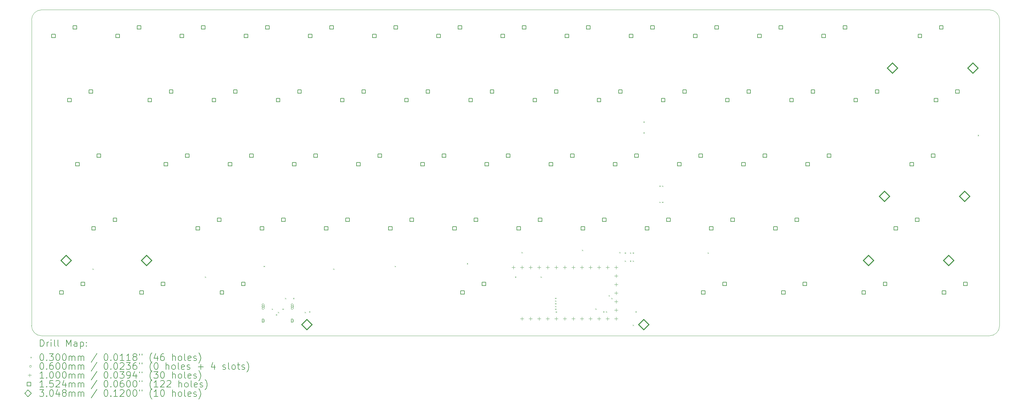
<source format=gbr>
%TF.GenerationSoftware,KiCad,Pcbnew,9.0.2*%
%TF.CreationDate,2025-06-22T01:03:53-04:00*%
%TF.ProjectId,pcb,7063622e-6b69-4636-9164-5f7063625858,rev?*%
%TF.SameCoordinates,Original*%
%TF.FileFunction,Drillmap*%
%TF.FilePolarity,Positive*%
%FSLAX45Y45*%
G04 Gerber Fmt 4.5, Leading zero omitted, Abs format (unit mm)*
G04 Created by KiCad (PCBNEW 9.0.2) date 2025-06-22 01:03:53*
%MOMM*%
%LPD*%
G01*
G04 APERTURE LIST*
%ADD10C,0.050000*%
%ADD11C,0.200000*%
%ADD12C,0.100000*%
%ADD13C,0.152400*%
%ADD14C,0.304800*%
G04 APERTURE END LIST*
D10*
X30241875Y-13273125D02*
G75*
G02*
X29941875Y-13573125I-300005J5D01*
G01*
X1808125Y-13573125D02*
G75*
G02*
X1508125Y-13273125I0J300000D01*
G01*
X29941875Y-3889375D02*
G75*
G02*
X30241875Y-4189375I-5J-300005D01*
G01*
X1508125Y-4189375D02*
G75*
G02*
X1808125Y-3889375I300000J0D01*
G01*
X30241875Y-4189375D02*
X30241875Y-13273125D01*
X29941875Y-13573125D02*
X1808125Y-13573125D01*
X1508125Y-13273125D02*
X1508125Y-4189375D01*
X1808125Y-3889375D02*
X29941875Y-3889375D01*
D11*
D12*
X3318750Y-11573750D02*
X3348750Y-11603750D01*
X3348750Y-11573750D02*
X3318750Y-11603750D01*
X6652500Y-11811875D02*
X6682500Y-11841875D01*
X6682500Y-11811875D02*
X6652500Y-11841875D01*
X8398750Y-11494375D02*
X8428750Y-11524375D01*
X8428750Y-11494375D02*
X8398750Y-11524375D01*
X8636875Y-12764375D02*
X8666875Y-12794375D01*
X8666875Y-12764375D02*
X8636875Y-12794375D01*
X8761394Y-12932202D02*
X8791394Y-12962202D01*
X8791394Y-12932202D02*
X8761394Y-12962202D01*
X8821183Y-12863255D02*
X8851183Y-12893255D01*
X8851183Y-12863255D02*
X8821183Y-12893255D01*
X8954375Y-12764375D02*
X8984375Y-12794375D01*
X8984375Y-12764375D02*
X8954375Y-12794375D01*
X9033934Y-12448859D02*
X9063934Y-12478859D01*
X9063934Y-12448859D02*
X9033934Y-12478859D01*
X9271875Y-12446875D02*
X9301875Y-12476875D01*
X9301875Y-12446875D02*
X9271875Y-12476875D01*
X9614260Y-12863255D02*
X9644260Y-12893255D01*
X9644260Y-12863255D02*
X9614260Y-12893255D01*
X9748125Y-12843750D02*
X9778125Y-12873750D01*
X9778125Y-12843750D02*
X9748125Y-12873750D01*
X10462500Y-11573750D02*
X10492500Y-11603750D01*
X10492500Y-11573750D02*
X10462500Y-11603750D01*
X12288125Y-11494375D02*
X12318125Y-11524375D01*
X12318125Y-11494375D02*
X12288125Y-11524375D01*
X14431250Y-11415000D02*
X14461250Y-11445000D01*
X14461250Y-11415000D02*
X14431250Y-11445000D01*
X15860000Y-11811875D02*
X15890000Y-11841875D01*
X15890000Y-11811875D02*
X15860000Y-11841875D01*
X16050162Y-11083807D02*
X16080162Y-11113807D01*
X16080162Y-11083807D02*
X16050162Y-11113807D01*
X16618500Y-11811875D02*
X16648500Y-11841875D01*
X16648500Y-11811875D02*
X16618500Y-11841875D01*
X17050625Y-12444374D02*
X17080625Y-12474374D01*
X17080625Y-12444374D02*
X17050625Y-12474374D01*
X17050625Y-12524374D02*
X17080625Y-12554374D01*
X17080625Y-12524374D02*
X17050625Y-12554374D01*
X17050625Y-12604374D02*
X17080625Y-12634374D01*
X17080625Y-12604374D02*
X17050625Y-12634374D01*
X17050625Y-12684375D02*
X17080625Y-12714375D01*
X17080625Y-12684375D02*
X17050625Y-12714375D01*
X17050625Y-12764375D02*
X17080625Y-12794375D01*
X17080625Y-12764375D02*
X17050625Y-12794375D01*
X17067502Y-12849414D02*
X17097502Y-12879414D01*
X17097502Y-12849414D02*
X17067502Y-12879414D01*
X17844375Y-11018125D02*
X17874375Y-11048125D01*
X17874375Y-11018125D02*
X17844375Y-11048125D01*
X18243989Y-12761636D02*
X18273989Y-12791636D01*
X18273989Y-12761636D02*
X18243989Y-12791636D01*
X18476062Y-12843632D02*
X18506062Y-12873632D01*
X18506062Y-12843632D02*
X18476062Y-12873632D01*
X18556011Y-12846489D02*
X18586011Y-12876489D01*
X18586011Y-12846489D02*
X18556011Y-12876489D01*
X18638125Y-12367500D02*
X18668125Y-12397500D01*
X18668125Y-12367500D02*
X18638125Y-12397500D01*
X18717500Y-12446875D02*
X18747500Y-12476875D01*
X18747500Y-12446875D02*
X18717500Y-12476875D01*
X18955625Y-11083807D02*
X18985625Y-11113807D01*
X18985625Y-11083807D02*
X18955625Y-11113807D01*
X19114375Y-11097500D02*
X19144375Y-11127500D01*
X19144375Y-11097500D02*
X19114375Y-11127500D01*
X19114375Y-11335625D02*
X19144375Y-11365625D01*
X19144375Y-11335625D02*
X19114375Y-11365625D01*
X19273125Y-11097500D02*
X19303125Y-11127500D01*
X19303125Y-11097500D02*
X19273125Y-11127500D01*
X19273125Y-11335625D02*
X19303125Y-11365625D01*
X19303125Y-11335625D02*
X19273125Y-11365625D01*
X19352500Y-13240625D02*
X19382500Y-13270625D01*
X19382500Y-13240625D02*
X19352500Y-13270625D01*
X19353125Y-11097500D02*
X19383125Y-11127500D01*
X19383125Y-11097500D02*
X19353125Y-11127500D01*
X19353125Y-11335625D02*
X19383125Y-11365625D01*
X19383125Y-11335625D02*
X19353125Y-11365625D01*
X19431875Y-12843750D02*
X19461875Y-12873750D01*
X19461875Y-12843750D02*
X19431875Y-12873750D01*
X19670000Y-7208125D02*
X19700000Y-7238125D01*
X19700000Y-7208125D02*
X19670000Y-7238125D01*
X19670000Y-7525625D02*
X19700000Y-7555625D01*
X19700000Y-7525625D02*
X19670000Y-7555625D01*
X20146250Y-9113125D02*
X20176250Y-9143125D01*
X20176250Y-9113125D02*
X20146250Y-9143125D01*
X20146250Y-9589375D02*
X20176250Y-9619375D01*
X20176250Y-9589375D02*
X20146250Y-9619375D01*
X20226250Y-9113125D02*
X20256250Y-9143125D01*
X20256250Y-9113125D02*
X20226250Y-9143125D01*
X20226250Y-9589375D02*
X20256250Y-9619375D01*
X20256250Y-9589375D02*
X20226250Y-9619375D01*
X21575000Y-11097500D02*
X21605000Y-11127500D01*
X21605000Y-11097500D02*
X21575000Y-11127500D01*
X29591875Y-7605000D02*
X29621875Y-7635000D01*
X29621875Y-7605000D02*
X29591875Y-7635000D01*
X8408625Y-12704500D02*
G75*
G02*
X8348625Y-12704500I-30000J0D01*
G01*
X8348625Y-12704500D02*
G75*
G02*
X8408625Y-12704500I30000J0D01*
G01*
X8348625Y-12649500D02*
X8348625Y-12759500D01*
X8408625Y-12759500D02*
G75*
G02*
X8348625Y-12759500I-30000J0D01*
G01*
X8408625Y-12759500D02*
X8408625Y-12649500D01*
X8408625Y-12649500D02*
G75*
G03*
X8348625Y-12649500I-30000J0D01*
G01*
X8408625Y-13122500D02*
G75*
G02*
X8348625Y-13122500I-30000J0D01*
G01*
X8348625Y-13122500D02*
G75*
G02*
X8408625Y-13122500I30000J0D01*
G01*
X8348625Y-13092500D02*
X8348625Y-13152500D01*
X8408625Y-13152500D02*
G75*
G02*
X8348625Y-13152500I-30000J0D01*
G01*
X8408625Y-13152500D02*
X8408625Y-13092500D01*
X8408625Y-13092500D02*
G75*
G03*
X8348625Y-13092500I-30000J0D01*
G01*
X9272625Y-12704500D02*
G75*
G02*
X9212625Y-12704500I-30000J0D01*
G01*
X9212625Y-12704500D02*
G75*
G02*
X9272625Y-12704500I30000J0D01*
G01*
X9212625Y-12649500D02*
X9212625Y-12759500D01*
X9272625Y-12759500D02*
G75*
G02*
X9212625Y-12759500I-30000J0D01*
G01*
X9272625Y-12759500D02*
X9272625Y-12649500D01*
X9272625Y-12649500D02*
G75*
G03*
X9212625Y-12649500I-30000J0D01*
G01*
X9272625Y-13122500D02*
G75*
G02*
X9212625Y-13122500I-30000J0D01*
G01*
X9212625Y-13122500D02*
G75*
G02*
X9272625Y-13122500I30000J0D01*
G01*
X9212625Y-13092500D02*
X9212625Y-13152500D01*
X9272625Y-13152500D02*
G75*
G02*
X9212625Y-13152500I-30000J0D01*
G01*
X9272625Y-13152500D02*
X9272625Y-13092500D01*
X9272625Y-13092500D02*
G75*
G03*
X9212625Y-13092500I-30000J0D01*
G01*
X15811500Y-11491125D02*
X15811500Y-11591125D01*
X15761500Y-11541125D02*
X15861500Y-11541125D01*
X16065500Y-11491125D02*
X16065500Y-11591125D01*
X16015500Y-11541125D02*
X16115500Y-11541125D01*
X16065500Y-13015125D02*
X16065500Y-13115125D01*
X16015500Y-13065125D02*
X16115500Y-13065125D01*
X16319500Y-11491125D02*
X16319500Y-11591125D01*
X16269500Y-11541125D02*
X16369500Y-11541125D01*
X16319500Y-13015125D02*
X16319500Y-13115125D01*
X16269500Y-13065125D02*
X16369500Y-13065125D01*
X16573500Y-11491125D02*
X16573500Y-11591125D01*
X16523500Y-11541125D02*
X16623500Y-11541125D01*
X16573500Y-13015125D02*
X16573500Y-13115125D01*
X16523500Y-13065125D02*
X16623500Y-13065125D01*
X16827500Y-11491125D02*
X16827500Y-11591125D01*
X16777500Y-11541125D02*
X16877500Y-11541125D01*
X16827500Y-13015125D02*
X16827500Y-13115125D01*
X16777500Y-13065125D02*
X16877500Y-13065125D01*
X17081500Y-11491125D02*
X17081500Y-11591125D01*
X17031500Y-11541125D02*
X17131500Y-11541125D01*
X17081500Y-13015125D02*
X17081500Y-13115125D01*
X17031500Y-13065125D02*
X17131500Y-13065125D01*
X17335500Y-11491125D02*
X17335500Y-11591125D01*
X17285500Y-11541125D02*
X17385500Y-11541125D01*
X17335500Y-13015125D02*
X17335500Y-13115125D01*
X17285500Y-13065125D02*
X17385500Y-13065125D01*
X17589500Y-11491125D02*
X17589500Y-11591125D01*
X17539500Y-11541125D02*
X17639500Y-11541125D01*
X17589500Y-13015125D02*
X17589500Y-13115125D01*
X17539500Y-13065125D02*
X17639500Y-13065125D01*
X17843500Y-11491125D02*
X17843500Y-11591125D01*
X17793500Y-11541125D02*
X17893500Y-11541125D01*
X17843500Y-13015125D02*
X17843500Y-13115125D01*
X17793500Y-13065125D02*
X17893500Y-13065125D01*
X18097500Y-11491125D02*
X18097500Y-11591125D01*
X18047500Y-11541125D02*
X18147500Y-11541125D01*
X18097500Y-13015125D02*
X18097500Y-13115125D01*
X18047500Y-13065125D02*
X18147500Y-13065125D01*
X18351500Y-11491125D02*
X18351500Y-11591125D01*
X18301500Y-11541125D02*
X18401500Y-11541125D01*
X18351500Y-13015125D02*
X18351500Y-13115125D01*
X18301500Y-13065125D02*
X18401500Y-13065125D01*
X18605500Y-11491125D02*
X18605500Y-11591125D01*
X18555500Y-11541125D02*
X18655500Y-11541125D01*
X18605500Y-13015125D02*
X18605500Y-13115125D01*
X18555500Y-13065125D02*
X18655500Y-13065125D01*
X18859500Y-11491125D02*
X18859500Y-11591125D01*
X18809500Y-11541125D02*
X18909500Y-11541125D01*
X18859500Y-11745125D02*
X18859500Y-11845125D01*
X18809500Y-11795125D02*
X18909500Y-11795125D01*
X18859500Y-11999125D02*
X18859500Y-12099125D01*
X18809500Y-12049125D02*
X18909500Y-12049125D01*
X18859500Y-12253125D02*
X18859500Y-12353125D01*
X18809500Y-12303125D02*
X18909500Y-12303125D01*
X18859500Y-12507125D02*
X18859500Y-12607125D01*
X18809500Y-12557125D02*
X18909500Y-12557125D01*
X18859500Y-12761125D02*
X18859500Y-12861125D01*
X18809500Y-12811125D02*
X18909500Y-12811125D01*
X18859500Y-13015125D02*
X18859500Y-13115125D01*
X18809500Y-13065125D02*
X18909500Y-13065125D01*
D13*
X2212474Y-4718684D02*
X2212474Y-4610920D01*
X2104710Y-4610920D01*
X2104710Y-4718684D01*
X2212474Y-4718684D01*
X2450599Y-12338684D02*
X2450599Y-12230920D01*
X2342835Y-12230920D01*
X2342835Y-12338684D01*
X2450599Y-12338684D01*
X2688724Y-6623684D02*
X2688724Y-6515920D01*
X2580960Y-6515920D01*
X2580960Y-6623684D01*
X2688724Y-6623684D01*
X2847474Y-4464684D02*
X2847474Y-4356920D01*
X2739710Y-4356920D01*
X2739710Y-4464684D01*
X2847474Y-4464684D01*
X2926849Y-8528684D02*
X2926849Y-8420920D01*
X2819085Y-8420920D01*
X2819085Y-8528684D01*
X2926849Y-8528684D01*
X3085599Y-12084684D02*
X3085599Y-11976920D01*
X2977835Y-11976920D01*
X2977835Y-12084684D01*
X3085599Y-12084684D01*
X3323724Y-6369684D02*
X3323724Y-6261920D01*
X3215960Y-6261920D01*
X3215960Y-6369684D01*
X3323724Y-6369684D01*
X3403099Y-10433684D02*
X3403099Y-10325920D01*
X3295335Y-10325920D01*
X3295335Y-10433684D01*
X3403099Y-10433684D01*
X3561849Y-8274684D02*
X3561849Y-8166920D01*
X3454085Y-8166920D01*
X3454085Y-8274684D01*
X3561849Y-8274684D01*
X4038099Y-10179684D02*
X4038099Y-10071920D01*
X3930335Y-10071920D01*
X3930335Y-10179684D01*
X4038099Y-10179684D01*
X4117474Y-4718684D02*
X4117474Y-4610920D01*
X4009710Y-4610920D01*
X4009710Y-4718684D01*
X4117474Y-4718684D01*
X4752474Y-4464684D02*
X4752474Y-4356920D01*
X4644710Y-4356920D01*
X4644710Y-4464684D01*
X4752474Y-4464684D01*
X4831849Y-12338684D02*
X4831849Y-12230920D01*
X4724085Y-12230920D01*
X4724085Y-12338684D01*
X4831849Y-12338684D01*
X5069974Y-6623684D02*
X5069974Y-6515920D01*
X4962210Y-6515920D01*
X4962210Y-6623684D01*
X5069974Y-6623684D01*
X5466849Y-12084684D02*
X5466849Y-11976920D01*
X5359085Y-11976920D01*
X5359085Y-12084684D01*
X5466849Y-12084684D01*
X5546224Y-8528684D02*
X5546224Y-8420920D01*
X5438460Y-8420920D01*
X5438460Y-8528684D01*
X5546224Y-8528684D01*
X5704974Y-6369684D02*
X5704974Y-6261920D01*
X5597210Y-6261920D01*
X5597210Y-6369684D01*
X5704974Y-6369684D01*
X6022474Y-4718684D02*
X6022474Y-4610920D01*
X5914710Y-4610920D01*
X5914710Y-4718684D01*
X6022474Y-4718684D01*
X6181224Y-8274684D02*
X6181224Y-8166920D01*
X6073460Y-8166920D01*
X6073460Y-8274684D01*
X6181224Y-8274684D01*
X6498724Y-10433684D02*
X6498724Y-10325920D01*
X6390960Y-10325920D01*
X6390960Y-10433684D01*
X6498724Y-10433684D01*
X6657474Y-4464684D02*
X6657474Y-4356920D01*
X6549710Y-4356920D01*
X6549710Y-4464684D01*
X6657474Y-4464684D01*
X6974974Y-6623684D02*
X6974974Y-6515920D01*
X6867210Y-6515920D01*
X6867210Y-6623684D01*
X6974974Y-6623684D01*
X7133724Y-10179684D02*
X7133724Y-10071920D01*
X7025960Y-10071920D01*
X7025960Y-10179684D01*
X7133724Y-10179684D01*
X7213099Y-12338684D02*
X7213099Y-12230920D01*
X7105335Y-12230920D01*
X7105335Y-12338684D01*
X7213099Y-12338684D01*
X7451224Y-8528684D02*
X7451224Y-8420920D01*
X7343460Y-8420920D01*
X7343460Y-8528684D01*
X7451224Y-8528684D01*
X7609974Y-6369684D02*
X7609974Y-6261920D01*
X7502210Y-6261920D01*
X7502210Y-6369684D01*
X7609974Y-6369684D01*
X7848099Y-12084684D02*
X7848099Y-11976920D01*
X7740335Y-11976920D01*
X7740335Y-12084684D01*
X7848099Y-12084684D01*
X7927474Y-4718684D02*
X7927474Y-4610920D01*
X7819710Y-4610920D01*
X7819710Y-4718684D01*
X7927474Y-4718684D01*
X8086224Y-8274684D02*
X8086224Y-8166920D01*
X7978460Y-8166920D01*
X7978460Y-8274684D01*
X8086224Y-8274684D01*
X8403724Y-10433684D02*
X8403724Y-10325920D01*
X8295960Y-10325920D01*
X8295960Y-10433684D01*
X8403724Y-10433684D01*
X8562474Y-4464684D02*
X8562474Y-4356920D01*
X8454710Y-4356920D01*
X8454710Y-4464684D01*
X8562474Y-4464684D01*
X8879974Y-6623684D02*
X8879974Y-6515920D01*
X8772210Y-6515920D01*
X8772210Y-6623684D01*
X8879974Y-6623684D01*
X9038724Y-10179684D02*
X9038724Y-10071920D01*
X8930960Y-10071920D01*
X8930960Y-10179684D01*
X9038724Y-10179684D01*
X9356224Y-8528684D02*
X9356224Y-8420920D01*
X9248460Y-8420920D01*
X9248460Y-8528684D01*
X9356224Y-8528684D01*
X9514974Y-6369684D02*
X9514974Y-6261920D01*
X9407210Y-6261920D01*
X9407210Y-6369684D01*
X9514974Y-6369684D01*
X9832474Y-4718684D02*
X9832474Y-4610920D01*
X9724710Y-4610920D01*
X9724710Y-4718684D01*
X9832474Y-4718684D01*
X9991224Y-8274684D02*
X9991224Y-8166920D01*
X9883460Y-8166920D01*
X9883460Y-8274684D01*
X9991224Y-8274684D01*
X10308724Y-10433684D02*
X10308724Y-10325920D01*
X10200960Y-10325920D01*
X10200960Y-10433684D01*
X10308724Y-10433684D01*
X10467474Y-4464684D02*
X10467474Y-4356920D01*
X10359710Y-4356920D01*
X10359710Y-4464684D01*
X10467474Y-4464684D01*
X10784974Y-6623684D02*
X10784974Y-6515920D01*
X10677210Y-6515920D01*
X10677210Y-6623684D01*
X10784974Y-6623684D01*
X10943724Y-10179684D02*
X10943724Y-10071920D01*
X10835960Y-10071920D01*
X10835960Y-10179684D01*
X10943724Y-10179684D01*
X11261224Y-8528684D02*
X11261224Y-8420920D01*
X11153460Y-8420920D01*
X11153460Y-8528684D01*
X11261224Y-8528684D01*
X11419974Y-6369684D02*
X11419974Y-6261920D01*
X11312210Y-6261920D01*
X11312210Y-6369684D01*
X11419974Y-6369684D01*
X11737474Y-4718684D02*
X11737474Y-4610920D01*
X11629710Y-4610920D01*
X11629710Y-4718684D01*
X11737474Y-4718684D01*
X11896224Y-8274684D02*
X11896224Y-8166920D01*
X11788460Y-8166920D01*
X11788460Y-8274684D01*
X11896224Y-8274684D01*
X12213724Y-10433684D02*
X12213724Y-10325920D01*
X12105960Y-10325920D01*
X12105960Y-10433684D01*
X12213724Y-10433684D01*
X12372474Y-4464684D02*
X12372474Y-4356920D01*
X12264710Y-4356920D01*
X12264710Y-4464684D01*
X12372474Y-4464684D01*
X12689974Y-6623684D02*
X12689974Y-6515920D01*
X12582210Y-6515920D01*
X12582210Y-6623684D01*
X12689974Y-6623684D01*
X12848724Y-10179684D02*
X12848724Y-10071920D01*
X12740960Y-10071920D01*
X12740960Y-10179684D01*
X12848724Y-10179684D01*
X13166224Y-8528684D02*
X13166224Y-8420920D01*
X13058460Y-8420920D01*
X13058460Y-8528684D01*
X13166224Y-8528684D01*
X13324974Y-6369684D02*
X13324974Y-6261920D01*
X13217210Y-6261920D01*
X13217210Y-6369684D01*
X13324974Y-6369684D01*
X13642474Y-4718684D02*
X13642474Y-4610920D01*
X13534710Y-4610920D01*
X13534710Y-4718684D01*
X13642474Y-4718684D01*
X13801224Y-8274684D02*
X13801224Y-8166920D01*
X13693460Y-8166920D01*
X13693460Y-8274684D01*
X13801224Y-8274684D01*
X14118724Y-10433684D02*
X14118724Y-10325920D01*
X14010960Y-10325920D01*
X14010960Y-10433684D01*
X14118724Y-10433684D01*
X14277474Y-4464684D02*
X14277474Y-4356920D01*
X14169710Y-4356920D01*
X14169710Y-4464684D01*
X14277474Y-4464684D01*
X14356849Y-12338684D02*
X14356849Y-12230920D01*
X14249085Y-12230920D01*
X14249085Y-12338684D01*
X14356849Y-12338684D01*
X14594974Y-6623684D02*
X14594974Y-6515920D01*
X14487210Y-6515920D01*
X14487210Y-6623684D01*
X14594974Y-6623684D01*
X14753724Y-10179684D02*
X14753724Y-10071920D01*
X14645960Y-10071920D01*
X14645960Y-10179684D01*
X14753724Y-10179684D01*
X14991849Y-12084684D02*
X14991849Y-11976920D01*
X14884085Y-11976920D01*
X14884085Y-12084684D01*
X14991849Y-12084684D01*
X15071224Y-8528684D02*
X15071224Y-8420920D01*
X14963460Y-8420920D01*
X14963460Y-8528684D01*
X15071224Y-8528684D01*
X15229974Y-6369684D02*
X15229974Y-6261920D01*
X15122210Y-6261920D01*
X15122210Y-6369684D01*
X15229974Y-6369684D01*
X15547474Y-4718684D02*
X15547474Y-4610920D01*
X15439710Y-4610920D01*
X15439710Y-4718684D01*
X15547474Y-4718684D01*
X15706224Y-8274684D02*
X15706224Y-8166920D01*
X15598460Y-8166920D01*
X15598460Y-8274684D01*
X15706224Y-8274684D01*
X16023724Y-10433684D02*
X16023724Y-10325920D01*
X15915960Y-10325920D01*
X15915960Y-10433684D01*
X16023724Y-10433684D01*
X16182474Y-4464684D02*
X16182474Y-4356920D01*
X16074710Y-4356920D01*
X16074710Y-4464684D01*
X16182474Y-4464684D01*
X16499974Y-6623684D02*
X16499974Y-6515920D01*
X16392210Y-6515920D01*
X16392210Y-6623684D01*
X16499974Y-6623684D01*
X16658724Y-10179684D02*
X16658724Y-10071920D01*
X16550960Y-10071920D01*
X16550960Y-10179684D01*
X16658724Y-10179684D01*
X16976224Y-8528684D02*
X16976224Y-8420920D01*
X16868460Y-8420920D01*
X16868460Y-8528684D01*
X16976224Y-8528684D01*
X17134974Y-6369684D02*
X17134974Y-6261920D01*
X17027210Y-6261920D01*
X17027210Y-6369684D01*
X17134974Y-6369684D01*
X17452474Y-4718684D02*
X17452474Y-4610920D01*
X17344710Y-4610920D01*
X17344710Y-4718684D01*
X17452474Y-4718684D01*
X17611224Y-8274684D02*
X17611224Y-8166920D01*
X17503460Y-8166920D01*
X17503460Y-8274684D01*
X17611224Y-8274684D01*
X17928724Y-10433684D02*
X17928724Y-10325920D01*
X17820960Y-10325920D01*
X17820960Y-10433684D01*
X17928724Y-10433684D01*
X18087474Y-4464684D02*
X18087474Y-4356920D01*
X17979710Y-4356920D01*
X17979710Y-4464684D01*
X18087474Y-4464684D01*
X18404974Y-6623684D02*
X18404974Y-6515920D01*
X18297210Y-6515920D01*
X18297210Y-6623684D01*
X18404974Y-6623684D01*
X18563724Y-10179684D02*
X18563724Y-10071920D01*
X18455960Y-10071920D01*
X18455960Y-10179684D01*
X18563724Y-10179684D01*
X18881224Y-8528684D02*
X18881224Y-8420920D01*
X18773460Y-8420920D01*
X18773460Y-8528684D01*
X18881224Y-8528684D01*
X19039974Y-6369684D02*
X19039974Y-6261920D01*
X18932210Y-6261920D01*
X18932210Y-6369684D01*
X19039974Y-6369684D01*
X19357474Y-4718684D02*
X19357474Y-4610920D01*
X19249710Y-4610920D01*
X19249710Y-4718684D01*
X19357474Y-4718684D01*
X19516224Y-8274684D02*
X19516224Y-8166920D01*
X19408460Y-8166920D01*
X19408460Y-8274684D01*
X19516224Y-8274684D01*
X19833724Y-10433684D02*
X19833724Y-10325920D01*
X19725960Y-10325920D01*
X19725960Y-10433684D01*
X19833724Y-10433684D01*
X19992474Y-4464684D02*
X19992474Y-4356920D01*
X19884710Y-4356920D01*
X19884710Y-4464684D01*
X19992474Y-4464684D01*
X20309974Y-6623684D02*
X20309974Y-6515920D01*
X20202210Y-6515920D01*
X20202210Y-6623684D01*
X20309974Y-6623684D01*
X20468724Y-10179684D02*
X20468724Y-10071920D01*
X20360960Y-10071920D01*
X20360960Y-10179684D01*
X20468724Y-10179684D01*
X20786224Y-8528684D02*
X20786224Y-8420920D01*
X20678460Y-8420920D01*
X20678460Y-8528684D01*
X20786224Y-8528684D01*
X20944974Y-6369684D02*
X20944974Y-6261920D01*
X20837210Y-6261920D01*
X20837210Y-6369684D01*
X20944974Y-6369684D01*
X21262474Y-4718684D02*
X21262474Y-4610920D01*
X21154710Y-4610920D01*
X21154710Y-4718684D01*
X21262474Y-4718684D01*
X21421224Y-8274684D02*
X21421224Y-8166920D01*
X21313460Y-8166920D01*
X21313460Y-8274684D01*
X21421224Y-8274684D01*
X21500599Y-12338684D02*
X21500599Y-12230920D01*
X21392835Y-12230920D01*
X21392835Y-12338684D01*
X21500599Y-12338684D01*
X21738724Y-10433684D02*
X21738724Y-10325920D01*
X21630960Y-10325920D01*
X21630960Y-10433684D01*
X21738724Y-10433684D01*
X21897474Y-4464684D02*
X21897474Y-4356920D01*
X21789710Y-4356920D01*
X21789710Y-4464684D01*
X21897474Y-4464684D01*
X22135599Y-12084684D02*
X22135599Y-11976920D01*
X22027835Y-11976920D01*
X22027835Y-12084684D01*
X22135599Y-12084684D01*
X22214974Y-6623684D02*
X22214974Y-6515920D01*
X22107210Y-6515920D01*
X22107210Y-6623684D01*
X22214974Y-6623684D01*
X22373724Y-10179684D02*
X22373724Y-10071920D01*
X22265960Y-10071920D01*
X22265960Y-10179684D01*
X22373724Y-10179684D01*
X22691224Y-8528684D02*
X22691224Y-8420920D01*
X22583460Y-8420920D01*
X22583460Y-8528684D01*
X22691224Y-8528684D01*
X22849974Y-6369684D02*
X22849974Y-6261920D01*
X22742210Y-6261920D01*
X22742210Y-6369684D01*
X22849974Y-6369684D01*
X23167474Y-4718684D02*
X23167474Y-4610920D01*
X23059710Y-4610920D01*
X23059710Y-4718684D01*
X23167474Y-4718684D01*
X23326224Y-8274684D02*
X23326224Y-8166920D01*
X23218460Y-8166920D01*
X23218460Y-8274684D01*
X23326224Y-8274684D01*
X23643724Y-10433684D02*
X23643724Y-10325920D01*
X23535960Y-10325920D01*
X23535960Y-10433684D01*
X23643724Y-10433684D01*
X23802474Y-4464684D02*
X23802474Y-4356920D01*
X23694710Y-4356920D01*
X23694710Y-4464684D01*
X23802474Y-4464684D01*
X23881849Y-12338684D02*
X23881849Y-12230920D01*
X23774085Y-12230920D01*
X23774085Y-12338684D01*
X23881849Y-12338684D01*
X24119974Y-6623684D02*
X24119974Y-6515920D01*
X24012210Y-6515920D01*
X24012210Y-6623684D01*
X24119974Y-6623684D01*
X24278724Y-10179684D02*
X24278724Y-10071920D01*
X24170960Y-10071920D01*
X24170960Y-10179684D01*
X24278724Y-10179684D01*
X24516849Y-12084684D02*
X24516849Y-11976920D01*
X24409085Y-11976920D01*
X24409085Y-12084684D01*
X24516849Y-12084684D01*
X24596224Y-8528684D02*
X24596224Y-8420920D01*
X24488460Y-8420920D01*
X24488460Y-8528684D01*
X24596224Y-8528684D01*
X24754974Y-6369684D02*
X24754974Y-6261920D01*
X24647210Y-6261920D01*
X24647210Y-6369684D01*
X24754974Y-6369684D01*
X25072474Y-4718684D02*
X25072474Y-4610920D01*
X24964710Y-4610920D01*
X24964710Y-4718684D01*
X25072474Y-4718684D01*
X25231224Y-8274684D02*
X25231224Y-8166920D01*
X25123460Y-8166920D01*
X25123460Y-8274684D01*
X25231224Y-8274684D01*
X25707474Y-4464684D02*
X25707474Y-4356920D01*
X25599710Y-4356920D01*
X25599710Y-4464684D01*
X25707474Y-4464684D01*
X26024974Y-6623684D02*
X26024974Y-6515920D01*
X25917210Y-6515920D01*
X25917210Y-6623684D01*
X26024974Y-6623684D01*
X26263099Y-12338684D02*
X26263099Y-12230920D01*
X26155335Y-12230920D01*
X26155335Y-12338684D01*
X26263099Y-12338684D01*
X26659974Y-6369684D02*
X26659974Y-6261920D01*
X26552210Y-6261920D01*
X26552210Y-6369684D01*
X26659974Y-6369684D01*
X26898099Y-12084684D02*
X26898099Y-11976920D01*
X26790335Y-11976920D01*
X26790335Y-12084684D01*
X26898099Y-12084684D01*
X27215599Y-10433684D02*
X27215599Y-10325920D01*
X27107835Y-10325920D01*
X27107835Y-10433684D01*
X27215599Y-10433684D01*
X27691849Y-8528684D02*
X27691849Y-8420920D01*
X27584085Y-8420920D01*
X27584085Y-8528684D01*
X27691849Y-8528684D01*
X27850599Y-10179684D02*
X27850599Y-10071920D01*
X27742835Y-10071920D01*
X27742835Y-10179684D01*
X27850599Y-10179684D01*
X27929974Y-4718684D02*
X27929974Y-4610920D01*
X27822210Y-4610920D01*
X27822210Y-4718684D01*
X27929974Y-4718684D01*
X28326849Y-8274684D02*
X28326849Y-8166920D01*
X28219085Y-8166920D01*
X28219085Y-8274684D01*
X28326849Y-8274684D01*
X28406224Y-6623684D02*
X28406224Y-6515920D01*
X28298460Y-6515920D01*
X28298460Y-6623684D01*
X28406224Y-6623684D01*
X28564974Y-4464684D02*
X28564974Y-4356920D01*
X28457210Y-4356920D01*
X28457210Y-4464684D01*
X28564974Y-4464684D01*
X28644349Y-12338684D02*
X28644349Y-12230920D01*
X28536585Y-12230920D01*
X28536585Y-12338684D01*
X28644349Y-12338684D01*
X29041224Y-6369684D02*
X29041224Y-6261920D01*
X28933460Y-6261920D01*
X28933460Y-6369684D01*
X29041224Y-6369684D01*
X29279349Y-12084684D02*
X29279349Y-11976920D01*
X29171585Y-11976920D01*
X29171585Y-12084684D01*
X29279349Y-12084684D01*
D14*
X2539592Y-11484702D02*
X2691992Y-11332302D01*
X2539592Y-11179902D01*
X2387192Y-11332302D01*
X2539592Y-11484702D01*
X4920842Y-11484702D02*
X5073242Y-11332302D01*
X4920842Y-11179902D01*
X4768442Y-11332302D01*
X4920842Y-11484702D01*
X9683342Y-13389702D02*
X9835742Y-13237302D01*
X9683342Y-13084902D01*
X9530942Y-13237302D01*
X9683342Y-13389702D01*
X19684592Y-13389702D02*
X19836992Y-13237302D01*
X19684592Y-13084902D01*
X19532192Y-13237302D01*
X19684592Y-13389702D01*
X26352092Y-11484702D02*
X26504492Y-11332302D01*
X26352092Y-11179902D01*
X26199692Y-11332302D01*
X26352092Y-11484702D01*
X26828342Y-9579702D02*
X26980742Y-9427302D01*
X26828342Y-9274902D01*
X26675942Y-9427302D01*
X26828342Y-9579702D01*
X27066467Y-5769702D02*
X27218867Y-5617302D01*
X27066467Y-5464902D01*
X26914067Y-5617302D01*
X27066467Y-5769702D01*
X28733342Y-11484702D02*
X28885742Y-11332302D01*
X28733342Y-11179902D01*
X28580942Y-11332302D01*
X28733342Y-11484702D01*
X29209592Y-9579702D02*
X29361992Y-9427302D01*
X29209592Y-9274902D01*
X29057192Y-9427302D01*
X29209592Y-9579702D01*
X29447717Y-5769702D02*
X29600117Y-5617302D01*
X29447717Y-5464902D01*
X29295317Y-5617302D01*
X29447717Y-5769702D01*
D11*
X1766402Y-13887109D02*
X1766402Y-13687109D01*
X1766402Y-13687109D02*
X1814021Y-13687109D01*
X1814021Y-13687109D02*
X1842592Y-13696633D01*
X1842592Y-13696633D02*
X1861640Y-13715680D01*
X1861640Y-13715680D02*
X1871164Y-13734728D01*
X1871164Y-13734728D02*
X1880687Y-13772823D01*
X1880687Y-13772823D02*
X1880687Y-13801394D01*
X1880687Y-13801394D02*
X1871164Y-13839490D01*
X1871164Y-13839490D02*
X1861640Y-13858537D01*
X1861640Y-13858537D02*
X1842592Y-13877585D01*
X1842592Y-13877585D02*
X1814021Y-13887109D01*
X1814021Y-13887109D02*
X1766402Y-13887109D01*
X1966402Y-13887109D02*
X1966402Y-13753775D01*
X1966402Y-13791871D02*
X1975926Y-13772823D01*
X1975926Y-13772823D02*
X1985449Y-13763299D01*
X1985449Y-13763299D02*
X2004497Y-13753775D01*
X2004497Y-13753775D02*
X2023545Y-13753775D01*
X2090211Y-13887109D02*
X2090211Y-13753775D01*
X2090211Y-13687109D02*
X2080687Y-13696633D01*
X2080687Y-13696633D02*
X2090211Y-13706156D01*
X2090211Y-13706156D02*
X2099735Y-13696633D01*
X2099735Y-13696633D02*
X2090211Y-13687109D01*
X2090211Y-13687109D02*
X2090211Y-13706156D01*
X2214021Y-13887109D02*
X2194973Y-13877585D01*
X2194973Y-13877585D02*
X2185449Y-13858537D01*
X2185449Y-13858537D02*
X2185449Y-13687109D01*
X2318783Y-13887109D02*
X2299735Y-13877585D01*
X2299735Y-13877585D02*
X2290211Y-13858537D01*
X2290211Y-13858537D02*
X2290211Y-13687109D01*
X2547354Y-13887109D02*
X2547354Y-13687109D01*
X2547354Y-13687109D02*
X2614021Y-13829966D01*
X2614021Y-13829966D02*
X2680688Y-13687109D01*
X2680688Y-13687109D02*
X2680688Y-13887109D01*
X2861640Y-13887109D02*
X2861640Y-13782347D01*
X2861640Y-13782347D02*
X2852116Y-13763299D01*
X2852116Y-13763299D02*
X2833068Y-13753775D01*
X2833068Y-13753775D02*
X2794973Y-13753775D01*
X2794973Y-13753775D02*
X2775926Y-13763299D01*
X2861640Y-13877585D02*
X2842592Y-13887109D01*
X2842592Y-13887109D02*
X2794973Y-13887109D01*
X2794973Y-13887109D02*
X2775926Y-13877585D01*
X2775926Y-13877585D02*
X2766402Y-13858537D01*
X2766402Y-13858537D02*
X2766402Y-13839490D01*
X2766402Y-13839490D02*
X2775926Y-13820442D01*
X2775926Y-13820442D02*
X2794973Y-13810918D01*
X2794973Y-13810918D02*
X2842592Y-13810918D01*
X2842592Y-13810918D02*
X2861640Y-13801394D01*
X2956878Y-13753775D02*
X2956878Y-13953775D01*
X2956878Y-13763299D02*
X2975926Y-13753775D01*
X2975926Y-13753775D02*
X3014021Y-13753775D01*
X3014021Y-13753775D02*
X3033068Y-13763299D01*
X3033068Y-13763299D02*
X3042592Y-13772823D01*
X3042592Y-13772823D02*
X3052116Y-13791871D01*
X3052116Y-13791871D02*
X3052116Y-13849013D01*
X3052116Y-13849013D02*
X3042592Y-13868061D01*
X3042592Y-13868061D02*
X3033068Y-13877585D01*
X3033068Y-13877585D02*
X3014021Y-13887109D01*
X3014021Y-13887109D02*
X2975926Y-13887109D01*
X2975926Y-13887109D02*
X2956878Y-13877585D01*
X3137830Y-13868061D02*
X3147354Y-13877585D01*
X3147354Y-13877585D02*
X3137830Y-13887109D01*
X3137830Y-13887109D02*
X3128307Y-13877585D01*
X3128307Y-13877585D02*
X3137830Y-13868061D01*
X3137830Y-13868061D02*
X3137830Y-13887109D01*
X3137830Y-13763299D02*
X3147354Y-13772823D01*
X3147354Y-13772823D02*
X3137830Y-13782347D01*
X3137830Y-13782347D02*
X3128307Y-13772823D01*
X3128307Y-13772823D02*
X3137830Y-13763299D01*
X3137830Y-13763299D02*
X3137830Y-13782347D01*
D12*
X1475625Y-14200625D02*
X1505625Y-14230625D01*
X1505625Y-14200625D02*
X1475625Y-14230625D01*
D11*
X1804497Y-14107109D02*
X1823545Y-14107109D01*
X1823545Y-14107109D02*
X1842592Y-14116633D01*
X1842592Y-14116633D02*
X1852116Y-14126156D01*
X1852116Y-14126156D02*
X1861640Y-14145204D01*
X1861640Y-14145204D02*
X1871164Y-14183299D01*
X1871164Y-14183299D02*
X1871164Y-14230918D01*
X1871164Y-14230918D02*
X1861640Y-14269013D01*
X1861640Y-14269013D02*
X1852116Y-14288061D01*
X1852116Y-14288061D02*
X1842592Y-14297585D01*
X1842592Y-14297585D02*
X1823545Y-14307109D01*
X1823545Y-14307109D02*
X1804497Y-14307109D01*
X1804497Y-14307109D02*
X1785449Y-14297585D01*
X1785449Y-14297585D02*
X1775926Y-14288061D01*
X1775926Y-14288061D02*
X1766402Y-14269013D01*
X1766402Y-14269013D02*
X1756878Y-14230918D01*
X1756878Y-14230918D02*
X1756878Y-14183299D01*
X1756878Y-14183299D02*
X1766402Y-14145204D01*
X1766402Y-14145204D02*
X1775926Y-14126156D01*
X1775926Y-14126156D02*
X1785449Y-14116633D01*
X1785449Y-14116633D02*
X1804497Y-14107109D01*
X1956878Y-14288061D02*
X1966402Y-14297585D01*
X1966402Y-14297585D02*
X1956878Y-14307109D01*
X1956878Y-14307109D02*
X1947354Y-14297585D01*
X1947354Y-14297585D02*
X1956878Y-14288061D01*
X1956878Y-14288061D02*
X1956878Y-14307109D01*
X2033068Y-14107109D02*
X2156878Y-14107109D01*
X2156878Y-14107109D02*
X2090211Y-14183299D01*
X2090211Y-14183299D02*
X2118783Y-14183299D01*
X2118783Y-14183299D02*
X2137830Y-14192823D01*
X2137830Y-14192823D02*
X2147354Y-14202347D01*
X2147354Y-14202347D02*
X2156878Y-14221394D01*
X2156878Y-14221394D02*
X2156878Y-14269013D01*
X2156878Y-14269013D02*
X2147354Y-14288061D01*
X2147354Y-14288061D02*
X2137830Y-14297585D01*
X2137830Y-14297585D02*
X2118783Y-14307109D01*
X2118783Y-14307109D02*
X2061640Y-14307109D01*
X2061640Y-14307109D02*
X2042592Y-14297585D01*
X2042592Y-14297585D02*
X2033068Y-14288061D01*
X2280688Y-14107109D02*
X2299735Y-14107109D01*
X2299735Y-14107109D02*
X2318783Y-14116633D01*
X2318783Y-14116633D02*
X2328307Y-14126156D01*
X2328307Y-14126156D02*
X2337830Y-14145204D01*
X2337830Y-14145204D02*
X2347354Y-14183299D01*
X2347354Y-14183299D02*
X2347354Y-14230918D01*
X2347354Y-14230918D02*
X2337830Y-14269013D01*
X2337830Y-14269013D02*
X2328307Y-14288061D01*
X2328307Y-14288061D02*
X2318783Y-14297585D01*
X2318783Y-14297585D02*
X2299735Y-14307109D01*
X2299735Y-14307109D02*
X2280688Y-14307109D01*
X2280688Y-14307109D02*
X2261640Y-14297585D01*
X2261640Y-14297585D02*
X2252116Y-14288061D01*
X2252116Y-14288061D02*
X2242592Y-14269013D01*
X2242592Y-14269013D02*
X2233069Y-14230918D01*
X2233069Y-14230918D02*
X2233069Y-14183299D01*
X2233069Y-14183299D02*
X2242592Y-14145204D01*
X2242592Y-14145204D02*
X2252116Y-14126156D01*
X2252116Y-14126156D02*
X2261640Y-14116633D01*
X2261640Y-14116633D02*
X2280688Y-14107109D01*
X2471164Y-14107109D02*
X2490211Y-14107109D01*
X2490211Y-14107109D02*
X2509259Y-14116633D01*
X2509259Y-14116633D02*
X2518783Y-14126156D01*
X2518783Y-14126156D02*
X2528307Y-14145204D01*
X2528307Y-14145204D02*
X2537830Y-14183299D01*
X2537830Y-14183299D02*
X2537830Y-14230918D01*
X2537830Y-14230918D02*
X2528307Y-14269013D01*
X2528307Y-14269013D02*
X2518783Y-14288061D01*
X2518783Y-14288061D02*
X2509259Y-14297585D01*
X2509259Y-14297585D02*
X2490211Y-14307109D01*
X2490211Y-14307109D02*
X2471164Y-14307109D01*
X2471164Y-14307109D02*
X2452116Y-14297585D01*
X2452116Y-14297585D02*
X2442592Y-14288061D01*
X2442592Y-14288061D02*
X2433069Y-14269013D01*
X2433069Y-14269013D02*
X2423545Y-14230918D01*
X2423545Y-14230918D02*
X2423545Y-14183299D01*
X2423545Y-14183299D02*
X2433069Y-14145204D01*
X2433069Y-14145204D02*
X2442592Y-14126156D01*
X2442592Y-14126156D02*
X2452116Y-14116633D01*
X2452116Y-14116633D02*
X2471164Y-14107109D01*
X2623545Y-14307109D02*
X2623545Y-14173775D01*
X2623545Y-14192823D02*
X2633069Y-14183299D01*
X2633069Y-14183299D02*
X2652116Y-14173775D01*
X2652116Y-14173775D02*
X2680688Y-14173775D01*
X2680688Y-14173775D02*
X2699735Y-14183299D01*
X2699735Y-14183299D02*
X2709259Y-14202347D01*
X2709259Y-14202347D02*
X2709259Y-14307109D01*
X2709259Y-14202347D02*
X2718783Y-14183299D01*
X2718783Y-14183299D02*
X2737830Y-14173775D01*
X2737830Y-14173775D02*
X2766402Y-14173775D01*
X2766402Y-14173775D02*
X2785450Y-14183299D01*
X2785450Y-14183299D02*
X2794973Y-14202347D01*
X2794973Y-14202347D02*
X2794973Y-14307109D01*
X2890211Y-14307109D02*
X2890211Y-14173775D01*
X2890211Y-14192823D02*
X2899735Y-14183299D01*
X2899735Y-14183299D02*
X2918783Y-14173775D01*
X2918783Y-14173775D02*
X2947354Y-14173775D01*
X2947354Y-14173775D02*
X2966402Y-14183299D01*
X2966402Y-14183299D02*
X2975926Y-14202347D01*
X2975926Y-14202347D02*
X2975926Y-14307109D01*
X2975926Y-14202347D02*
X2985449Y-14183299D01*
X2985449Y-14183299D02*
X3004497Y-14173775D01*
X3004497Y-14173775D02*
X3033068Y-14173775D01*
X3033068Y-14173775D02*
X3052116Y-14183299D01*
X3052116Y-14183299D02*
X3061640Y-14202347D01*
X3061640Y-14202347D02*
X3061640Y-14307109D01*
X3452116Y-14097585D02*
X3280688Y-14354728D01*
X3709259Y-14107109D02*
X3728307Y-14107109D01*
X3728307Y-14107109D02*
X3747354Y-14116633D01*
X3747354Y-14116633D02*
X3756878Y-14126156D01*
X3756878Y-14126156D02*
X3766402Y-14145204D01*
X3766402Y-14145204D02*
X3775926Y-14183299D01*
X3775926Y-14183299D02*
X3775926Y-14230918D01*
X3775926Y-14230918D02*
X3766402Y-14269013D01*
X3766402Y-14269013D02*
X3756878Y-14288061D01*
X3756878Y-14288061D02*
X3747354Y-14297585D01*
X3747354Y-14297585D02*
X3728307Y-14307109D01*
X3728307Y-14307109D02*
X3709259Y-14307109D01*
X3709259Y-14307109D02*
X3690211Y-14297585D01*
X3690211Y-14297585D02*
X3680688Y-14288061D01*
X3680688Y-14288061D02*
X3671164Y-14269013D01*
X3671164Y-14269013D02*
X3661640Y-14230918D01*
X3661640Y-14230918D02*
X3661640Y-14183299D01*
X3661640Y-14183299D02*
X3671164Y-14145204D01*
X3671164Y-14145204D02*
X3680688Y-14126156D01*
X3680688Y-14126156D02*
X3690211Y-14116633D01*
X3690211Y-14116633D02*
X3709259Y-14107109D01*
X3861640Y-14288061D02*
X3871164Y-14297585D01*
X3871164Y-14297585D02*
X3861640Y-14307109D01*
X3861640Y-14307109D02*
X3852116Y-14297585D01*
X3852116Y-14297585D02*
X3861640Y-14288061D01*
X3861640Y-14288061D02*
X3861640Y-14307109D01*
X3994973Y-14107109D02*
X4014021Y-14107109D01*
X4014021Y-14107109D02*
X4033069Y-14116633D01*
X4033069Y-14116633D02*
X4042592Y-14126156D01*
X4042592Y-14126156D02*
X4052116Y-14145204D01*
X4052116Y-14145204D02*
X4061640Y-14183299D01*
X4061640Y-14183299D02*
X4061640Y-14230918D01*
X4061640Y-14230918D02*
X4052116Y-14269013D01*
X4052116Y-14269013D02*
X4042592Y-14288061D01*
X4042592Y-14288061D02*
X4033069Y-14297585D01*
X4033069Y-14297585D02*
X4014021Y-14307109D01*
X4014021Y-14307109D02*
X3994973Y-14307109D01*
X3994973Y-14307109D02*
X3975926Y-14297585D01*
X3975926Y-14297585D02*
X3966402Y-14288061D01*
X3966402Y-14288061D02*
X3956878Y-14269013D01*
X3956878Y-14269013D02*
X3947354Y-14230918D01*
X3947354Y-14230918D02*
X3947354Y-14183299D01*
X3947354Y-14183299D02*
X3956878Y-14145204D01*
X3956878Y-14145204D02*
X3966402Y-14126156D01*
X3966402Y-14126156D02*
X3975926Y-14116633D01*
X3975926Y-14116633D02*
X3994973Y-14107109D01*
X4252116Y-14307109D02*
X4137831Y-14307109D01*
X4194973Y-14307109D02*
X4194973Y-14107109D01*
X4194973Y-14107109D02*
X4175926Y-14135680D01*
X4175926Y-14135680D02*
X4156878Y-14154728D01*
X4156878Y-14154728D02*
X4137831Y-14164252D01*
X4442593Y-14307109D02*
X4328307Y-14307109D01*
X4385450Y-14307109D02*
X4385450Y-14107109D01*
X4385450Y-14107109D02*
X4366402Y-14135680D01*
X4366402Y-14135680D02*
X4347354Y-14154728D01*
X4347354Y-14154728D02*
X4328307Y-14164252D01*
X4556878Y-14192823D02*
X4537831Y-14183299D01*
X4537831Y-14183299D02*
X4528307Y-14173775D01*
X4528307Y-14173775D02*
X4518783Y-14154728D01*
X4518783Y-14154728D02*
X4518783Y-14145204D01*
X4518783Y-14145204D02*
X4528307Y-14126156D01*
X4528307Y-14126156D02*
X4537831Y-14116633D01*
X4537831Y-14116633D02*
X4556878Y-14107109D01*
X4556878Y-14107109D02*
X4594974Y-14107109D01*
X4594974Y-14107109D02*
X4614021Y-14116633D01*
X4614021Y-14116633D02*
X4623545Y-14126156D01*
X4623545Y-14126156D02*
X4633069Y-14145204D01*
X4633069Y-14145204D02*
X4633069Y-14154728D01*
X4633069Y-14154728D02*
X4623545Y-14173775D01*
X4623545Y-14173775D02*
X4614021Y-14183299D01*
X4614021Y-14183299D02*
X4594974Y-14192823D01*
X4594974Y-14192823D02*
X4556878Y-14192823D01*
X4556878Y-14192823D02*
X4537831Y-14202347D01*
X4537831Y-14202347D02*
X4528307Y-14211871D01*
X4528307Y-14211871D02*
X4518783Y-14230918D01*
X4518783Y-14230918D02*
X4518783Y-14269013D01*
X4518783Y-14269013D02*
X4528307Y-14288061D01*
X4528307Y-14288061D02*
X4537831Y-14297585D01*
X4537831Y-14297585D02*
X4556878Y-14307109D01*
X4556878Y-14307109D02*
X4594974Y-14307109D01*
X4594974Y-14307109D02*
X4614021Y-14297585D01*
X4614021Y-14297585D02*
X4623545Y-14288061D01*
X4623545Y-14288061D02*
X4633069Y-14269013D01*
X4633069Y-14269013D02*
X4633069Y-14230918D01*
X4633069Y-14230918D02*
X4623545Y-14211871D01*
X4623545Y-14211871D02*
X4614021Y-14202347D01*
X4614021Y-14202347D02*
X4594974Y-14192823D01*
X4709259Y-14107109D02*
X4709259Y-14145204D01*
X4785450Y-14107109D02*
X4785450Y-14145204D01*
X5080688Y-14383299D02*
X5071164Y-14373775D01*
X5071164Y-14373775D02*
X5052116Y-14345204D01*
X5052116Y-14345204D02*
X5042593Y-14326156D01*
X5042593Y-14326156D02*
X5033069Y-14297585D01*
X5033069Y-14297585D02*
X5023545Y-14249966D01*
X5023545Y-14249966D02*
X5023545Y-14211871D01*
X5023545Y-14211871D02*
X5033069Y-14164252D01*
X5033069Y-14164252D02*
X5042593Y-14135680D01*
X5042593Y-14135680D02*
X5052116Y-14116633D01*
X5052116Y-14116633D02*
X5071164Y-14088061D01*
X5071164Y-14088061D02*
X5080688Y-14078537D01*
X5242593Y-14173775D02*
X5242593Y-14307109D01*
X5194974Y-14097585D02*
X5147355Y-14240442D01*
X5147355Y-14240442D02*
X5271164Y-14240442D01*
X5433069Y-14107109D02*
X5394974Y-14107109D01*
X5394974Y-14107109D02*
X5375926Y-14116633D01*
X5375926Y-14116633D02*
X5366402Y-14126156D01*
X5366402Y-14126156D02*
X5347355Y-14154728D01*
X5347355Y-14154728D02*
X5337831Y-14192823D01*
X5337831Y-14192823D02*
X5337831Y-14269013D01*
X5337831Y-14269013D02*
X5347355Y-14288061D01*
X5347355Y-14288061D02*
X5356878Y-14297585D01*
X5356878Y-14297585D02*
X5375926Y-14307109D01*
X5375926Y-14307109D02*
X5414021Y-14307109D01*
X5414021Y-14307109D02*
X5433069Y-14297585D01*
X5433069Y-14297585D02*
X5442593Y-14288061D01*
X5442593Y-14288061D02*
X5452116Y-14269013D01*
X5452116Y-14269013D02*
X5452116Y-14221394D01*
X5452116Y-14221394D02*
X5442593Y-14202347D01*
X5442593Y-14202347D02*
X5433069Y-14192823D01*
X5433069Y-14192823D02*
X5414021Y-14183299D01*
X5414021Y-14183299D02*
X5375926Y-14183299D01*
X5375926Y-14183299D02*
X5356878Y-14192823D01*
X5356878Y-14192823D02*
X5347355Y-14202347D01*
X5347355Y-14202347D02*
X5337831Y-14221394D01*
X5690212Y-14307109D02*
X5690212Y-14107109D01*
X5775926Y-14307109D02*
X5775926Y-14202347D01*
X5775926Y-14202347D02*
X5766402Y-14183299D01*
X5766402Y-14183299D02*
X5747355Y-14173775D01*
X5747355Y-14173775D02*
X5718783Y-14173775D01*
X5718783Y-14173775D02*
X5699735Y-14183299D01*
X5699735Y-14183299D02*
X5690212Y-14192823D01*
X5899735Y-14307109D02*
X5880688Y-14297585D01*
X5880688Y-14297585D02*
X5871164Y-14288061D01*
X5871164Y-14288061D02*
X5861640Y-14269013D01*
X5861640Y-14269013D02*
X5861640Y-14211871D01*
X5861640Y-14211871D02*
X5871164Y-14192823D01*
X5871164Y-14192823D02*
X5880688Y-14183299D01*
X5880688Y-14183299D02*
X5899735Y-14173775D01*
X5899735Y-14173775D02*
X5928307Y-14173775D01*
X5928307Y-14173775D02*
X5947355Y-14183299D01*
X5947355Y-14183299D02*
X5956878Y-14192823D01*
X5956878Y-14192823D02*
X5966402Y-14211871D01*
X5966402Y-14211871D02*
X5966402Y-14269013D01*
X5966402Y-14269013D02*
X5956878Y-14288061D01*
X5956878Y-14288061D02*
X5947355Y-14297585D01*
X5947355Y-14297585D02*
X5928307Y-14307109D01*
X5928307Y-14307109D02*
X5899735Y-14307109D01*
X6080688Y-14307109D02*
X6061640Y-14297585D01*
X6061640Y-14297585D02*
X6052116Y-14278537D01*
X6052116Y-14278537D02*
X6052116Y-14107109D01*
X6233069Y-14297585D02*
X6214021Y-14307109D01*
X6214021Y-14307109D02*
X6175926Y-14307109D01*
X6175926Y-14307109D02*
X6156878Y-14297585D01*
X6156878Y-14297585D02*
X6147355Y-14278537D01*
X6147355Y-14278537D02*
X6147355Y-14202347D01*
X6147355Y-14202347D02*
X6156878Y-14183299D01*
X6156878Y-14183299D02*
X6175926Y-14173775D01*
X6175926Y-14173775D02*
X6214021Y-14173775D01*
X6214021Y-14173775D02*
X6233069Y-14183299D01*
X6233069Y-14183299D02*
X6242593Y-14202347D01*
X6242593Y-14202347D02*
X6242593Y-14221394D01*
X6242593Y-14221394D02*
X6147355Y-14240442D01*
X6318783Y-14297585D02*
X6337831Y-14307109D01*
X6337831Y-14307109D02*
X6375926Y-14307109D01*
X6375926Y-14307109D02*
X6394974Y-14297585D01*
X6394974Y-14297585D02*
X6404497Y-14278537D01*
X6404497Y-14278537D02*
X6404497Y-14269013D01*
X6404497Y-14269013D02*
X6394974Y-14249966D01*
X6394974Y-14249966D02*
X6375926Y-14240442D01*
X6375926Y-14240442D02*
X6347355Y-14240442D01*
X6347355Y-14240442D02*
X6328307Y-14230918D01*
X6328307Y-14230918D02*
X6318783Y-14211871D01*
X6318783Y-14211871D02*
X6318783Y-14202347D01*
X6318783Y-14202347D02*
X6328307Y-14183299D01*
X6328307Y-14183299D02*
X6347355Y-14173775D01*
X6347355Y-14173775D02*
X6375926Y-14173775D01*
X6375926Y-14173775D02*
X6394974Y-14183299D01*
X6471164Y-14383299D02*
X6480688Y-14373775D01*
X6480688Y-14373775D02*
X6499736Y-14345204D01*
X6499736Y-14345204D02*
X6509259Y-14326156D01*
X6509259Y-14326156D02*
X6518783Y-14297585D01*
X6518783Y-14297585D02*
X6528307Y-14249966D01*
X6528307Y-14249966D02*
X6528307Y-14211871D01*
X6528307Y-14211871D02*
X6518783Y-14164252D01*
X6518783Y-14164252D02*
X6509259Y-14135680D01*
X6509259Y-14135680D02*
X6499736Y-14116633D01*
X6499736Y-14116633D02*
X6480688Y-14088061D01*
X6480688Y-14088061D02*
X6471164Y-14078537D01*
D12*
X1505625Y-14479625D02*
G75*
G02*
X1445625Y-14479625I-30000J0D01*
G01*
X1445625Y-14479625D02*
G75*
G02*
X1505625Y-14479625I30000J0D01*
G01*
D11*
X1804497Y-14371109D02*
X1823545Y-14371109D01*
X1823545Y-14371109D02*
X1842592Y-14380633D01*
X1842592Y-14380633D02*
X1852116Y-14390156D01*
X1852116Y-14390156D02*
X1861640Y-14409204D01*
X1861640Y-14409204D02*
X1871164Y-14447299D01*
X1871164Y-14447299D02*
X1871164Y-14494918D01*
X1871164Y-14494918D02*
X1861640Y-14533013D01*
X1861640Y-14533013D02*
X1852116Y-14552061D01*
X1852116Y-14552061D02*
X1842592Y-14561585D01*
X1842592Y-14561585D02*
X1823545Y-14571109D01*
X1823545Y-14571109D02*
X1804497Y-14571109D01*
X1804497Y-14571109D02*
X1785449Y-14561585D01*
X1785449Y-14561585D02*
X1775926Y-14552061D01*
X1775926Y-14552061D02*
X1766402Y-14533013D01*
X1766402Y-14533013D02*
X1756878Y-14494918D01*
X1756878Y-14494918D02*
X1756878Y-14447299D01*
X1756878Y-14447299D02*
X1766402Y-14409204D01*
X1766402Y-14409204D02*
X1775926Y-14390156D01*
X1775926Y-14390156D02*
X1785449Y-14380633D01*
X1785449Y-14380633D02*
X1804497Y-14371109D01*
X1956878Y-14552061D02*
X1966402Y-14561585D01*
X1966402Y-14561585D02*
X1956878Y-14571109D01*
X1956878Y-14571109D02*
X1947354Y-14561585D01*
X1947354Y-14561585D02*
X1956878Y-14552061D01*
X1956878Y-14552061D02*
X1956878Y-14571109D01*
X2137830Y-14371109D02*
X2099735Y-14371109D01*
X2099735Y-14371109D02*
X2080687Y-14380633D01*
X2080687Y-14380633D02*
X2071164Y-14390156D01*
X2071164Y-14390156D02*
X2052116Y-14418728D01*
X2052116Y-14418728D02*
X2042592Y-14456823D01*
X2042592Y-14456823D02*
X2042592Y-14533013D01*
X2042592Y-14533013D02*
X2052116Y-14552061D01*
X2052116Y-14552061D02*
X2061640Y-14561585D01*
X2061640Y-14561585D02*
X2080687Y-14571109D01*
X2080687Y-14571109D02*
X2118783Y-14571109D01*
X2118783Y-14571109D02*
X2137830Y-14561585D01*
X2137830Y-14561585D02*
X2147354Y-14552061D01*
X2147354Y-14552061D02*
X2156878Y-14533013D01*
X2156878Y-14533013D02*
X2156878Y-14485394D01*
X2156878Y-14485394D02*
X2147354Y-14466347D01*
X2147354Y-14466347D02*
X2137830Y-14456823D01*
X2137830Y-14456823D02*
X2118783Y-14447299D01*
X2118783Y-14447299D02*
X2080687Y-14447299D01*
X2080687Y-14447299D02*
X2061640Y-14456823D01*
X2061640Y-14456823D02*
X2052116Y-14466347D01*
X2052116Y-14466347D02*
X2042592Y-14485394D01*
X2280688Y-14371109D02*
X2299735Y-14371109D01*
X2299735Y-14371109D02*
X2318783Y-14380633D01*
X2318783Y-14380633D02*
X2328307Y-14390156D01*
X2328307Y-14390156D02*
X2337830Y-14409204D01*
X2337830Y-14409204D02*
X2347354Y-14447299D01*
X2347354Y-14447299D02*
X2347354Y-14494918D01*
X2347354Y-14494918D02*
X2337830Y-14533013D01*
X2337830Y-14533013D02*
X2328307Y-14552061D01*
X2328307Y-14552061D02*
X2318783Y-14561585D01*
X2318783Y-14561585D02*
X2299735Y-14571109D01*
X2299735Y-14571109D02*
X2280688Y-14571109D01*
X2280688Y-14571109D02*
X2261640Y-14561585D01*
X2261640Y-14561585D02*
X2252116Y-14552061D01*
X2252116Y-14552061D02*
X2242592Y-14533013D01*
X2242592Y-14533013D02*
X2233069Y-14494918D01*
X2233069Y-14494918D02*
X2233069Y-14447299D01*
X2233069Y-14447299D02*
X2242592Y-14409204D01*
X2242592Y-14409204D02*
X2252116Y-14390156D01*
X2252116Y-14390156D02*
X2261640Y-14380633D01*
X2261640Y-14380633D02*
X2280688Y-14371109D01*
X2471164Y-14371109D02*
X2490211Y-14371109D01*
X2490211Y-14371109D02*
X2509259Y-14380633D01*
X2509259Y-14380633D02*
X2518783Y-14390156D01*
X2518783Y-14390156D02*
X2528307Y-14409204D01*
X2528307Y-14409204D02*
X2537830Y-14447299D01*
X2537830Y-14447299D02*
X2537830Y-14494918D01*
X2537830Y-14494918D02*
X2528307Y-14533013D01*
X2528307Y-14533013D02*
X2518783Y-14552061D01*
X2518783Y-14552061D02*
X2509259Y-14561585D01*
X2509259Y-14561585D02*
X2490211Y-14571109D01*
X2490211Y-14571109D02*
X2471164Y-14571109D01*
X2471164Y-14571109D02*
X2452116Y-14561585D01*
X2452116Y-14561585D02*
X2442592Y-14552061D01*
X2442592Y-14552061D02*
X2433069Y-14533013D01*
X2433069Y-14533013D02*
X2423545Y-14494918D01*
X2423545Y-14494918D02*
X2423545Y-14447299D01*
X2423545Y-14447299D02*
X2433069Y-14409204D01*
X2433069Y-14409204D02*
X2442592Y-14390156D01*
X2442592Y-14390156D02*
X2452116Y-14380633D01*
X2452116Y-14380633D02*
X2471164Y-14371109D01*
X2623545Y-14571109D02*
X2623545Y-14437775D01*
X2623545Y-14456823D02*
X2633069Y-14447299D01*
X2633069Y-14447299D02*
X2652116Y-14437775D01*
X2652116Y-14437775D02*
X2680688Y-14437775D01*
X2680688Y-14437775D02*
X2699735Y-14447299D01*
X2699735Y-14447299D02*
X2709259Y-14466347D01*
X2709259Y-14466347D02*
X2709259Y-14571109D01*
X2709259Y-14466347D02*
X2718783Y-14447299D01*
X2718783Y-14447299D02*
X2737830Y-14437775D01*
X2737830Y-14437775D02*
X2766402Y-14437775D01*
X2766402Y-14437775D02*
X2785450Y-14447299D01*
X2785450Y-14447299D02*
X2794973Y-14466347D01*
X2794973Y-14466347D02*
X2794973Y-14571109D01*
X2890211Y-14571109D02*
X2890211Y-14437775D01*
X2890211Y-14456823D02*
X2899735Y-14447299D01*
X2899735Y-14447299D02*
X2918783Y-14437775D01*
X2918783Y-14437775D02*
X2947354Y-14437775D01*
X2947354Y-14437775D02*
X2966402Y-14447299D01*
X2966402Y-14447299D02*
X2975926Y-14466347D01*
X2975926Y-14466347D02*
X2975926Y-14571109D01*
X2975926Y-14466347D02*
X2985449Y-14447299D01*
X2985449Y-14447299D02*
X3004497Y-14437775D01*
X3004497Y-14437775D02*
X3033068Y-14437775D01*
X3033068Y-14437775D02*
X3052116Y-14447299D01*
X3052116Y-14447299D02*
X3061640Y-14466347D01*
X3061640Y-14466347D02*
X3061640Y-14571109D01*
X3452116Y-14361585D02*
X3280688Y-14618728D01*
X3709259Y-14371109D02*
X3728307Y-14371109D01*
X3728307Y-14371109D02*
X3747354Y-14380633D01*
X3747354Y-14380633D02*
X3756878Y-14390156D01*
X3756878Y-14390156D02*
X3766402Y-14409204D01*
X3766402Y-14409204D02*
X3775926Y-14447299D01*
X3775926Y-14447299D02*
X3775926Y-14494918D01*
X3775926Y-14494918D02*
X3766402Y-14533013D01*
X3766402Y-14533013D02*
X3756878Y-14552061D01*
X3756878Y-14552061D02*
X3747354Y-14561585D01*
X3747354Y-14561585D02*
X3728307Y-14571109D01*
X3728307Y-14571109D02*
X3709259Y-14571109D01*
X3709259Y-14571109D02*
X3690211Y-14561585D01*
X3690211Y-14561585D02*
X3680688Y-14552061D01*
X3680688Y-14552061D02*
X3671164Y-14533013D01*
X3671164Y-14533013D02*
X3661640Y-14494918D01*
X3661640Y-14494918D02*
X3661640Y-14447299D01*
X3661640Y-14447299D02*
X3671164Y-14409204D01*
X3671164Y-14409204D02*
X3680688Y-14390156D01*
X3680688Y-14390156D02*
X3690211Y-14380633D01*
X3690211Y-14380633D02*
X3709259Y-14371109D01*
X3861640Y-14552061D02*
X3871164Y-14561585D01*
X3871164Y-14561585D02*
X3861640Y-14571109D01*
X3861640Y-14571109D02*
X3852116Y-14561585D01*
X3852116Y-14561585D02*
X3861640Y-14552061D01*
X3861640Y-14552061D02*
X3861640Y-14571109D01*
X3994973Y-14371109D02*
X4014021Y-14371109D01*
X4014021Y-14371109D02*
X4033069Y-14380633D01*
X4033069Y-14380633D02*
X4042592Y-14390156D01*
X4042592Y-14390156D02*
X4052116Y-14409204D01*
X4052116Y-14409204D02*
X4061640Y-14447299D01*
X4061640Y-14447299D02*
X4061640Y-14494918D01*
X4061640Y-14494918D02*
X4052116Y-14533013D01*
X4052116Y-14533013D02*
X4042592Y-14552061D01*
X4042592Y-14552061D02*
X4033069Y-14561585D01*
X4033069Y-14561585D02*
X4014021Y-14571109D01*
X4014021Y-14571109D02*
X3994973Y-14571109D01*
X3994973Y-14571109D02*
X3975926Y-14561585D01*
X3975926Y-14561585D02*
X3966402Y-14552061D01*
X3966402Y-14552061D02*
X3956878Y-14533013D01*
X3956878Y-14533013D02*
X3947354Y-14494918D01*
X3947354Y-14494918D02*
X3947354Y-14447299D01*
X3947354Y-14447299D02*
X3956878Y-14409204D01*
X3956878Y-14409204D02*
X3966402Y-14390156D01*
X3966402Y-14390156D02*
X3975926Y-14380633D01*
X3975926Y-14380633D02*
X3994973Y-14371109D01*
X4137831Y-14390156D02*
X4147354Y-14380633D01*
X4147354Y-14380633D02*
X4166402Y-14371109D01*
X4166402Y-14371109D02*
X4214021Y-14371109D01*
X4214021Y-14371109D02*
X4233069Y-14380633D01*
X4233069Y-14380633D02*
X4242593Y-14390156D01*
X4242593Y-14390156D02*
X4252116Y-14409204D01*
X4252116Y-14409204D02*
X4252116Y-14428252D01*
X4252116Y-14428252D02*
X4242593Y-14456823D01*
X4242593Y-14456823D02*
X4128307Y-14571109D01*
X4128307Y-14571109D02*
X4252116Y-14571109D01*
X4318783Y-14371109D02*
X4442593Y-14371109D01*
X4442593Y-14371109D02*
X4375926Y-14447299D01*
X4375926Y-14447299D02*
X4404497Y-14447299D01*
X4404497Y-14447299D02*
X4423545Y-14456823D01*
X4423545Y-14456823D02*
X4433069Y-14466347D01*
X4433069Y-14466347D02*
X4442593Y-14485394D01*
X4442593Y-14485394D02*
X4442593Y-14533013D01*
X4442593Y-14533013D02*
X4433069Y-14552061D01*
X4433069Y-14552061D02*
X4423545Y-14561585D01*
X4423545Y-14561585D02*
X4404497Y-14571109D01*
X4404497Y-14571109D02*
X4347354Y-14571109D01*
X4347354Y-14571109D02*
X4328307Y-14561585D01*
X4328307Y-14561585D02*
X4318783Y-14552061D01*
X4614021Y-14371109D02*
X4575926Y-14371109D01*
X4575926Y-14371109D02*
X4556878Y-14380633D01*
X4556878Y-14380633D02*
X4547354Y-14390156D01*
X4547354Y-14390156D02*
X4528307Y-14418728D01*
X4528307Y-14418728D02*
X4518783Y-14456823D01*
X4518783Y-14456823D02*
X4518783Y-14533013D01*
X4518783Y-14533013D02*
X4528307Y-14552061D01*
X4528307Y-14552061D02*
X4537831Y-14561585D01*
X4537831Y-14561585D02*
X4556878Y-14571109D01*
X4556878Y-14571109D02*
X4594974Y-14571109D01*
X4594974Y-14571109D02*
X4614021Y-14561585D01*
X4614021Y-14561585D02*
X4623545Y-14552061D01*
X4623545Y-14552061D02*
X4633069Y-14533013D01*
X4633069Y-14533013D02*
X4633069Y-14485394D01*
X4633069Y-14485394D02*
X4623545Y-14466347D01*
X4623545Y-14466347D02*
X4614021Y-14456823D01*
X4614021Y-14456823D02*
X4594974Y-14447299D01*
X4594974Y-14447299D02*
X4556878Y-14447299D01*
X4556878Y-14447299D02*
X4537831Y-14456823D01*
X4537831Y-14456823D02*
X4528307Y-14466347D01*
X4528307Y-14466347D02*
X4518783Y-14485394D01*
X4709259Y-14371109D02*
X4709259Y-14409204D01*
X4785450Y-14371109D02*
X4785450Y-14409204D01*
X5080688Y-14647299D02*
X5071164Y-14637775D01*
X5071164Y-14637775D02*
X5052116Y-14609204D01*
X5052116Y-14609204D02*
X5042593Y-14590156D01*
X5042593Y-14590156D02*
X5033069Y-14561585D01*
X5033069Y-14561585D02*
X5023545Y-14513966D01*
X5023545Y-14513966D02*
X5023545Y-14475871D01*
X5023545Y-14475871D02*
X5033069Y-14428252D01*
X5033069Y-14428252D02*
X5042593Y-14399680D01*
X5042593Y-14399680D02*
X5052116Y-14380633D01*
X5052116Y-14380633D02*
X5071164Y-14352061D01*
X5071164Y-14352061D02*
X5080688Y-14342537D01*
X5194974Y-14371109D02*
X5214021Y-14371109D01*
X5214021Y-14371109D02*
X5233069Y-14380633D01*
X5233069Y-14380633D02*
X5242593Y-14390156D01*
X5242593Y-14390156D02*
X5252116Y-14409204D01*
X5252116Y-14409204D02*
X5261640Y-14447299D01*
X5261640Y-14447299D02*
X5261640Y-14494918D01*
X5261640Y-14494918D02*
X5252116Y-14533013D01*
X5252116Y-14533013D02*
X5242593Y-14552061D01*
X5242593Y-14552061D02*
X5233069Y-14561585D01*
X5233069Y-14561585D02*
X5214021Y-14571109D01*
X5214021Y-14571109D02*
X5194974Y-14571109D01*
X5194974Y-14571109D02*
X5175926Y-14561585D01*
X5175926Y-14561585D02*
X5166402Y-14552061D01*
X5166402Y-14552061D02*
X5156878Y-14533013D01*
X5156878Y-14533013D02*
X5147355Y-14494918D01*
X5147355Y-14494918D02*
X5147355Y-14447299D01*
X5147355Y-14447299D02*
X5156878Y-14409204D01*
X5156878Y-14409204D02*
X5166402Y-14390156D01*
X5166402Y-14390156D02*
X5175926Y-14380633D01*
X5175926Y-14380633D02*
X5194974Y-14371109D01*
X5499736Y-14571109D02*
X5499736Y-14371109D01*
X5585450Y-14571109D02*
X5585450Y-14466347D01*
X5585450Y-14466347D02*
X5575926Y-14447299D01*
X5575926Y-14447299D02*
X5556878Y-14437775D01*
X5556878Y-14437775D02*
X5528307Y-14437775D01*
X5528307Y-14437775D02*
X5509259Y-14447299D01*
X5509259Y-14447299D02*
X5499736Y-14456823D01*
X5709259Y-14571109D02*
X5690212Y-14561585D01*
X5690212Y-14561585D02*
X5680688Y-14552061D01*
X5680688Y-14552061D02*
X5671164Y-14533013D01*
X5671164Y-14533013D02*
X5671164Y-14475871D01*
X5671164Y-14475871D02*
X5680688Y-14456823D01*
X5680688Y-14456823D02*
X5690212Y-14447299D01*
X5690212Y-14447299D02*
X5709259Y-14437775D01*
X5709259Y-14437775D02*
X5737831Y-14437775D01*
X5737831Y-14437775D02*
X5756878Y-14447299D01*
X5756878Y-14447299D02*
X5766402Y-14456823D01*
X5766402Y-14456823D02*
X5775926Y-14475871D01*
X5775926Y-14475871D02*
X5775926Y-14533013D01*
X5775926Y-14533013D02*
X5766402Y-14552061D01*
X5766402Y-14552061D02*
X5756878Y-14561585D01*
X5756878Y-14561585D02*
X5737831Y-14571109D01*
X5737831Y-14571109D02*
X5709259Y-14571109D01*
X5890212Y-14571109D02*
X5871164Y-14561585D01*
X5871164Y-14561585D02*
X5861640Y-14542537D01*
X5861640Y-14542537D02*
X5861640Y-14371109D01*
X6042593Y-14561585D02*
X6023545Y-14571109D01*
X6023545Y-14571109D02*
X5985450Y-14571109D01*
X5985450Y-14571109D02*
X5966402Y-14561585D01*
X5966402Y-14561585D02*
X5956878Y-14542537D01*
X5956878Y-14542537D02*
X5956878Y-14466347D01*
X5956878Y-14466347D02*
X5966402Y-14447299D01*
X5966402Y-14447299D02*
X5985450Y-14437775D01*
X5985450Y-14437775D02*
X6023545Y-14437775D01*
X6023545Y-14437775D02*
X6042593Y-14447299D01*
X6042593Y-14447299D02*
X6052116Y-14466347D01*
X6052116Y-14466347D02*
X6052116Y-14485394D01*
X6052116Y-14485394D02*
X5956878Y-14504442D01*
X6128307Y-14561585D02*
X6147355Y-14571109D01*
X6147355Y-14571109D02*
X6185450Y-14571109D01*
X6185450Y-14571109D02*
X6204497Y-14561585D01*
X6204497Y-14561585D02*
X6214021Y-14542537D01*
X6214021Y-14542537D02*
X6214021Y-14533013D01*
X6214021Y-14533013D02*
X6204497Y-14513966D01*
X6204497Y-14513966D02*
X6185450Y-14504442D01*
X6185450Y-14504442D02*
X6156878Y-14504442D01*
X6156878Y-14504442D02*
X6137831Y-14494918D01*
X6137831Y-14494918D02*
X6128307Y-14475871D01*
X6128307Y-14475871D02*
X6128307Y-14466347D01*
X6128307Y-14466347D02*
X6137831Y-14447299D01*
X6137831Y-14447299D02*
X6156878Y-14437775D01*
X6156878Y-14437775D02*
X6185450Y-14437775D01*
X6185450Y-14437775D02*
X6204497Y-14447299D01*
X6452117Y-14494918D02*
X6604498Y-14494918D01*
X6528307Y-14571109D02*
X6528307Y-14418728D01*
X6937831Y-14437775D02*
X6937831Y-14571109D01*
X6890212Y-14361585D02*
X6842593Y-14504442D01*
X6842593Y-14504442D02*
X6966402Y-14504442D01*
X7185450Y-14561585D02*
X7204498Y-14571109D01*
X7204498Y-14571109D02*
X7242593Y-14571109D01*
X7242593Y-14571109D02*
X7261640Y-14561585D01*
X7261640Y-14561585D02*
X7271164Y-14542537D01*
X7271164Y-14542537D02*
X7271164Y-14533013D01*
X7271164Y-14533013D02*
X7261640Y-14513966D01*
X7261640Y-14513966D02*
X7242593Y-14504442D01*
X7242593Y-14504442D02*
X7214021Y-14504442D01*
X7214021Y-14504442D02*
X7194974Y-14494918D01*
X7194974Y-14494918D02*
X7185450Y-14475871D01*
X7185450Y-14475871D02*
X7185450Y-14466347D01*
X7185450Y-14466347D02*
X7194974Y-14447299D01*
X7194974Y-14447299D02*
X7214021Y-14437775D01*
X7214021Y-14437775D02*
X7242593Y-14437775D01*
X7242593Y-14437775D02*
X7261640Y-14447299D01*
X7385450Y-14571109D02*
X7366402Y-14561585D01*
X7366402Y-14561585D02*
X7356879Y-14542537D01*
X7356879Y-14542537D02*
X7356879Y-14371109D01*
X7490212Y-14571109D02*
X7471164Y-14561585D01*
X7471164Y-14561585D02*
X7461640Y-14552061D01*
X7461640Y-14552061D02*
X7452117Y-14533013D01*
X7452117Y-14533013D02*
X7452117Y-14475871D01*
X7452117Y-14475871D02*
X7461640Y-14456823D01*
X7461640Y-14456823D02*
X7471164Y-14447299D01*
X7471164Y-14447299D02*
X7490212Y-14437775D01*
X7490212Y-14437775D02*
X7518783Y-14437775D01*
X7518783Y-14437775D02*
X7537831Y-14447299D01*
X7537831Y-14447299D02*
X7547355Y-14456823D01*
X7547355Y-14456823D02*
X7556879Y-14475871D01*
X7556879Y-14475871D02*
X7556879Y-14533013D01*
X7556879Y-14533013D02*
X7547355Y-14552061D01*
X7547355Y-14552061D02*
X7537831Y-14561585D01*
X7537831Y-14561585D02*
X7518783Y-14571109D01*
X7518783Y-14571109D02*
X7490212Y-14571109D01*
X7614021Y-14437775D02*
X7690212Y-14437775D01*
X7642593Y-14371109D02*
X7642593Y-14542537D01*
X7642593Y-14542537D02*
X7652117Y-14561585D01*
X7652117Y-14561585D02*
X7671164Y-14571109D01*
X7671164Y-14571109D02*
X7690212Y-14571109D01*
X7747355Y-14561585D02*
X7766402Y-14571109D01*
X7766402Y-14571109D02*
X7804498Y-14571109D01*
X7804498Y-14571109D02*
X7823545Y-14561585D01*
X7823545Y-14561585D02*
X7833069Y-14542537D01*
X7833069Y-14542537D02*
X7833069Y-14533013D01*
X7833069Y-14533013D02*
X7823545Y-14513966D01*
X7823545Y-14513966D02*
X7804498Y-14504442D01*
X7804498Y-14504442D02*
X7775926Y-14504442D01*
X7775926Y-14504442D02*
X7756879Y-14494918D01*
X7756879Y-14494918D02*
X7747355Y-14475871D01*
X7747355Y-14475871D02*
X7747355Y-14466347D01*
X7747355Y-14466347D02*
X7756879Y-14447299D01*
X7756879Y-14447299D02*
X7775926Y-14437775D01*
X7775926Y-14437775D02*
X7804498Y-14437775D01*
X7804498Y-14437775D02*
X7823545Y-14447299D01*
X7899736Y-14647299D02*
X7909260Y-14637775D01*
X7909260Y-14637775D02*
X7928307Y-14609204D01*
X7928307Y-14609204D02*
X7937831Y-14590156D01*
X7937831Y-14590156D02*
X7947355Y-14561585D01*
X7947355Y-14561585D02*
X7956879Y-14513966D01*
X7956879Y-14513966D02*
X7956879Y-14475871D01*
X7956879Y-14475871D02*
X7947355Y-14428252D01*
X7947355Y-14428252D02*
X7937831Y-14399680D01*
X7937831Y-14399680D02*
X7928307Y-14380633D01*
X7928307Y-14380633D02*
X7909260Y-14352061D01*
X7909260Y-14352061D02*
X7899736Y-14342537D01*
D12*
X1455625Y-14693625D02*
X1455625Y-14793625D01*
X1405625Y-14743625D02*
X1505625Y-14743625D01*
D11*
X1871164Y-14835109D02*
X1756878Y-14835109D01*
X1814021Y-14835109D02*
X1814021Y-14635109D01*
X1814021Y-14635109D02*
X1794973Y-14663680D01*
X1794973Y-14663680D02*
X1775926Y-14682728D01*
X1775926Y-14682728D02*
X1756878Y-14692252D01*
X1956878Y-14816061D02*
X1966402Y-14825585D01*
X1966402Y-14825585D02*
X1956878Y-14835109D01*
X1956878Y-14835109D02*
X1947354Y-14825585D01*
X1947354Y-14825585D02*
X1956878Y-14816061D01*
X1956878Y-14816061D02*
X1956878Y-14835109D01*
X2090211Y-14635109D02*
X2109259Y-14635109D01*
X2109259Y-14635109D02*
X2128307Y-14644633D01*
X2128307Y-14644633D02*
X2137830Y-14654156D01*
X2137830Y-14654156D02*
X2147354Y-14673204D01*
X2147354Y-14673204D02*
X2156878Y-14711299D01*
X2156878Y-14711299D02*
X2156878Y-14758918D01*
X2156878Y-14758918D02*
X2147354Y-14797013D01*
X2147354Y-14797013D02*
X2137830Y-14816061D01*
X2137830Y-14816061D02*
X2128307Y-14825585D01*
X2128307Y-14825585D02*
X2109259Y-14835109D01*
X2109259Y-14835109D02*
X2090211Y-14835109D01*
X2090211Y-14835109D02*
X2071164Y-14825585D01*
X2071164Y-14825585D02*
X2061640Y-14816061D01*
X2061640Y-14816061D02*
X2052116Y-14797013D01*
X2052116Y-14797013D02*
X2042592Y-14758918D01*
X2042592Y-14758918D02*
X2042592Y-14711299D01*
X2042592Y-14711299D02*
X2052116Y-14673204D01*
X2052116Y-14673204D02*
X2061640Y-14654156D01*
X2061640Y-14654156D02*
X2071164Y-14644633D01*
X2071164Y-14644633D02*
X2090211Y-14635109D01*
X2280688Y-14635109D02*
X2299735Y-14635109D01*
X2299735Y-14635109D02*
X2318783Y-14644633D01*
X2318783Y-14644633D02*
X2328307Y-14654156D01*
X2328307Y-14654156D02*
X2337830Y-14673204D01*
X2337830Y-14673204D02*
X2347354Y-14711299D01*
X2347354Y-14711299D02*
X2347354Y-14758918D01*
X2347354Y-14758918D02*
X2337830Y-14797013D01*
X2337830Y-14797013D02*
X2328307Y-14816061D01*
X2328307Y-14816061D02*
X2318783Y-14825585D01*
X2318783Y-14825585D02*
X2299735Y-14835109D01*
X2299735Y-14835109D02*
X2280688Y-14835109D01*
X2280688Y-14835109D02*
X2261640Y-14825585D01*
X2261640Y-14825585D02*
X2252116Y-14816061D01*
X2252116Y-14816061D02*
X2242592Y-14797013D01*
X2242592Y-14797013D02*
X2233069Y-14758918D01*
X2233069Y-14758918D02*
X2233069Y-14711299D01*
X2233069Y-14711299D02*
X2242592Y-14673204D01*
X2242592Y-14673204D02*
X2252116Y-14654156D01*
X2252116Y-14654156D02*
X2261640Y-14644633D01*
X2261640Y-14644633D02*
X2280688Y-14635109D01*
X2471164Y-14635109D02*
X2490211Y-14635109D01*
X2490211Y-14635109D02*
X2509259Y-14644633D01*
X2509259Y-14644633D02*
X2518783Y-14654156D01*
X2518783Y-14654156D02*
X2528307Y-14673204D01*
X2528307Y-14673204D02*
X2537830Y-14711299D01*
X2537830Y-14711299D02*
X2537830Y-14758918D01*
X2537830Y-14758918D02*
X2528307Y-14797013D01*
X2528307Y-14797013D02*
X2518783Y-14816061D01*
X2518783Y-14816061D02*
X2509259Y-14825585D01*
X2509259Y-14825585D02*
X2490211Y-14835109D01*
X2490211Y-14835109D02*
X2471164Y-14835109D01*
X2471164Y-14835109D02*
X2452116Y-14825585D01*
X2452116Y-14825585D02*
X2442592Y-14816061D01*
X2442592Y-14816061D02*
X2433069Y-14797013D01*
X2433069Y-14797013D02*
X2423545Y-14758918D01*
X2423545Y-14758918D02*
X2423545Y-14711299D01*
X2423545Y-14711299D02*
X2433069Y-14673204D01*
X2433069Y-14673204D02*
X2442592Y-14654156D01*
X2442592Y-14654156D02*
X2452116Y-14644633D01*
X2452116Y-14644633D02*
X2471164Y-14635109D01*
X2623545Y-14835109D02*
X2623545Y-14701775D01*
X2623545Y-14720823D02*
X2633069Y-14711299D01*
X2633069Y-14711299D02*
X2652116Y-14701775D01*
X2652116Y-14701775D02*
X2680688Y-14701775D01*
X2680688Y-14701775D02*
X2699735Y-14711299D01*
X2699735Y-14711299D02*
X2709259Y-14730347D01*
X2709259Y-14730347D02*
X2709259Y-14835109D01*
X2709259Y-14730347D02*
X2718783Y-14711299D01*
X2718783Y-14711299D02*
X2737830Y-14701775D01*
X2737830Y-14701775D02*
X2766402Y-14701775D01*
X2766402Y-14701775D02*
X2785450Y-14711299D01*
X2785450Y-14711299D02*
X2794973Y-14730347D01*
X2794973Y-14730347D02*
X2794973Y-14835109D01*
X2890211Y-14835109D02*
X2890211Y-14701775D01*
X2890211Y-14720823D02*
X2899735Y-14711299D01*
X2899735Y-14711299D02*
X2918783Y-14701775D01*
X2918783Y-14701775D02*
X2947354Y-14701775D01*
X2947354Y-14701775D02*
X2966402Y-14711299D01*
X2966402Y-14711299D02*
X2975926Y-14730347D01*
X2975926Y-14730347D02*
X2975926Y-14835109D01*
X2975926Y-14730347D02*
X2985449Y-14711299D01*
X2985449Y-14711299D02*
X3004497Y-14701775D01*
X3004497Y-14701775D02*
X3033068Y-14701775D01*
X3033068Y-14701775D02*
X3052116Y-14711299D01*
X3052116Y-14711299D02*
X3061640Y-14730347D01*
X3061640Y-14730347D02*
X3061640Y-14835109D01*
X3452116Y-14625585D02*
X3280688Y-14882728D01*
X3709259Y-14635109D02*
X3728307Y-14635109D01*
X3728307Y-14635109D02*
X3747354Y-14644633D01*
X3747354Y-14644633D02*
X3756878Y-14654156D01*
X3756878Y-14654156D02*
X3766402Y-14673204D01*
X3766402Y-14673204D02*
X3775926Y-14711299D01*
X3775926Y-14711299D02*
X3775926Y-14758918D01*
X3775926Y-14758918D02*
X3766402Y-14797013D01*
X3766402Y-14797013D02*
X3756878Y-14816061D01*
X3756878Y-14816061D02*
X3747354Y-14825585D01*
X3747354Y-14825585D02*
X3728307Y-14835109D01*
X3728307Y-14835109D02*
X3709259Y-14835109D01*
X3709259Y-14835109D02*
X3690211Y-14825585D01*
X3690211Y-14825585D02*
X3680688Y-14816061D01*
X3680688Y-14816061D02*
X3671164Y-14797013D01*
X3671164Y-14797013D02*
X3661640Y-14758918D01*
X3661640Y-14758918D02*
X3661640Y-14711299D01*
X3661640Y-14711299D02*
X3671164Y-14673204D01*
X3671164Y-14673204D02*
X3680688Y-14654156D01*
X3680688Y-14654156D02*
X3690211Y-14644633D01*
X3690211Y-14644633D02*
X3709259Y-14635109D01*
X3861640Y-14816061D02*
X3871164Y-14825585D01*
X3871164Y-14825585D02*
X3861640Y-14835109D01*
X3861640Y-14835109D02*
X3852116Y-14825585D01*
X3852116Y-14825585D02*
X3861640Y-14816061D01*
X3861640Y-14816061D02*
X3861640Y-14835109D01*
X3994973Y-14635109D02*
X4014021Y-14635109D01*
X4014021Y-14635109D02*
X4033069Y-14644633D01*
X4033069Y-14644633D02*
X4042592Y-14654156D01*
X4042592Y-14654156D02*
X4052116Y-14673204D01*
X4052116Y-14673204D02*
X4061640Y-14711299D01*
X4061640Y-14711299D02*
X4061640Y-14758918D01*
X4061640Y-14758918D02*
X4052116Y-14797013D01*
X4052116Y-14797013D02*
X4042592Y-14816061D01*
X4042592Y-14816061D02*
X4033069Y-14825585D01*
X4033069Y-14825585D02*
X4014021Y-14835109D01*
X4014021Y-14835109D02*
X3994973Y-14835109D01*
X3994973Y-14835109D02*
X3975926Y-14825585D01*
X3975926Y-14825585D02*
X3966402Y-14816061D01*
X3966402Y-14816061D02*
X3956878Y-14797013D01*
X3956878Y-14797013D02*
X3947354Y-14758918D01*
X3947354Y-14758918D02*
X3947354Y-14711299D01*
X3947354Y-14711299D02*
X3956878Y-14673204D01*
X3956878Y-14673204D02*
X3966402Y-14654156D01*
X3966402Y-14654156D02*
X3975926Y-14644633D01*
X3975926Y-14644633D02*
X3994973Y-14635109D01*
X4128307Y-14635109D02*
X4252116Y-14635109D01*
X4252116Y-14635109D02*
X4185450Y-14711299D01*
X4185450Y-14711299D02*
X4214021Y-14711299D01*
X4214021Y-14711299D02*
X4233069Y-14720823D01*
X4233069Y-14720823D02*
X4242593Y-14730347D01*
X4242593Y-14730347D02*
X4252116Y-14749394D01*
X4252116Y-14749394D02*
X4252116Y-14797013D01*
X4252116Y-14797013D02*
X4242593Y-14816061D01*
X4242593Y-14816061D02*
X4233069Y-14825585D01*
X4233069Y-14825585D02*
X4214021Y-14835109D01*
X4214021Y-14835109D02*
X4156878Y-14835109D01*
X4156878Y-14835109D02*
X4137831Y-14825585D01*
X4137831Y-14825585D02*
X4128307Y-14816061D01*
X4347354Y-14835109D02*
X4385450Y-14835109D01*
X4385450Y-14835109D02*
X4404497Y-14825585D01*
X4404497Y-14825585D02*
X4414021Y-14816061D01*
X4414021Y-14816061D02*
X4433069Y-14787490D01*
X4433069Y-14787490D02*
X4442593Y-14749394D01*
X4442593Y-14749394D02*
X4442593Y-14673204D01*
X4442593Y-14673204D02*
X4433069Y-14654156D01*
X4433069Y-14654156D02*
X4423545Y-14644633D01*
X4423545Y-14644633D02*
X4404497Y-14635109D01*
X4404497Y-14635109D02*
X4366402Y-14635109D01*
X4366402Y-14635109D02*
X4347354Y-14644633D01*
X4347354Y-14644633D02*
X4337831Y-14654156D01*
X4337831Y-14654156D02*
X4328307Y-14673204D01*
X4328307Y-14673204D02*
X4328307Y-14720823D01*
X4328307Y-14720823D02*
X4337831Y-14739871D01*
X4337831Y-14739871D02*
X4347354Y-14749394D01*
X4347354Y-14749394D02*
X4366402Y-14758918D01*
X4366402Y-14758918D02*
X4404497Y-14758918D01*
X4404497Y-14758918D02*
X4423545Y-14749394D01*
X4423545Y-14749394D02*
X4433069Y-14739871D01*
X4433069Y-14739871D02*
X4442593Y-14720823D01*
X4614021Y-14701775D02*
X4614021Y-14835109D01*
X4566402Y-14625585D02*
X4518783Y-14768442D01*
X4518783Y-14768442D02*
X4642593Y-14768442D01*
X4709259Y-14635109D02*
X4709259Y-14673204D01*
X4785450Y-14635109D02*
X4785450Y-14673204D01*
X5080688Y-14911299D02*
X5071164Y-14901775D01*
X5071164Y-14901775D02*
X5052116Y-14873204D01*
X5052116Y-14873204D02*
X5042593Y-14854156D01*
X5042593Y-14854156D02*
X5033069Y-14825585D01*
X5033069Y-14825585D02*
X5023545Y-14777966D01*
X5023545Y-14777966D02*
X5023545Y-14739871D01*
X5023545Y-14739871D02*
X5033069Y-14692252D01*
X5033069Y-14692252D02*
X5042593Y-14663680D01*
X5042593Y-14663680D02*
X5052116Y-14644633D01*
X5052116Y-14644633D02*
X5071164Y-14616061D01*
X5071164Y-14616061D02*
X5080688Y-14606537D01*
X5137831Y-14635109D02*
X5261640Y-14635109D01*
X5261640Y-14635109D02*
X5194974Y-14711299D01*
X5194974Y-14711299D02*
X5223545Y-14711299D01*
X5223545Y-14711299D02*
X5242593Y-14720823D01*
X5242593Y-14720823D02*
X5252116Y-14730347D01*
X5252116Y-14730347D02*
X5261640Y-14749394D01*
X5261640Y-14749394D02*
X5261640Y-14797013D01*
X5261640Y-14797013D02*
X5252116Y-14816061D01*
X5252116Y-14816061D02*
X5242593Y-14825585D01*
X5242593Y-14825585D02*
X5223545Y-14835109D01*
X5223545Y-14835109D02*
X5166402Y-14835109D01*
X5166402Y-14835109D02*
X5147355Y-14825585D01*
X5147355Y-14825585D02*
X5137831Y-14816061D01*
X5385450Y-14635109D02*
X5404497Y-14635109D01*
X5404497Y-14635109D02*
X5423545Y-14644633D01*
X5423545Y-14644633D02*
X5433069Y-14654156D01*
X5433069Y-14654156D02*
X5442593Y-14673204D01*
X5442593Y-14673204D02*
X5452116Y-14711299D01*
X5452116Y-14711299D02*
X5452116Y-14758918D01*
X5452116Y-14758918D02*
X5442593Y-14797013D01*
X5442593Y-14797013D02*
X5433069Y-14816061D01*
X5433069Y-14816061D02*
X5423545Y-14825585D01*
X5423545Y-14825585D02*
X5404497Y-14835109D01*
X5404497Y-14835109D02*
X5385450Y-14835109D01*
X5385450Y-14835109D02*
X5366402Y-14825585D01*
X5366402Y-14825585D02*
X5356878Y-14816061D01*
X5356878Y-14816061D02*
X5347355Y-14797013D01*
X5347355Y-14797013D02*
X5337831Y-14758918D01*
X5337831Y-14758918D02*
X5337831Y-14711299D01*
X5337831Y-14711299D02*
X5347355Y-14673204D01*
X5347355Y-14673204D02*
X5356878Y-14654156D01*
X5356878Y-14654156D02*
X5366402Y-14644633D01*
X5366402Y-14644633D02*
X5385450Y-14635109D01*
X5690212Y-14835109D02*
X5690212Y-14635109D01*
X5775926Y-14835109D02*
X5775926Y-14730347D01*
X5775926Y-14730347D02*
X5766402Y-14711299D01*
X5766402Y-14711299D02*
X5747355Y-14701775D01*
X5747355Y-14701775D02*
X5718783Y-14701775D01*
X5718783Y-14701775D02*
X5699735Y-14711299D01*
X5699735Y-14711299D02*
X5690212Y-14720823D01*
X5899735Y-14835109D02*
X5880688Y-14825585D01*
X5880688Y-14825585D02*
X5871164Y-14816061D01*
X5871164Y-14816061D02*
X5861640Y-14797013D01*
X5861640Y-14797013D02*
X5861640Y-14739871D01*
X5861640Y-14739871D02*
X5871164Y-14720823D01*
X5871164Y-14720823D02*
X5880688Y-14711299D01*
X5880688Y-14711299D02*
X5899735Y-14701775D01*
X5899735Y-14701775D02*
X5928307Y-14701775D01*
X5928307Y-14701775D02*
X5947355Y-14711299D01*
X5947355Y-14711299D02*
X5956878Y-14720823D01*
X5956878Y-14720823D02*
X5966402Y-14739871D01*
X5966402Y-14739871D02*
X5966402Y-14797013D01*
X5966402Y-14797013D02*
X5956878Y-14816061D01*
X5956878Y-14816061D02*
X5947355Y-14825585D01*
X5947355Y-14825585D02*
X5928307Y-14835109D01*
X5928307Y-14835109D02*
X5899735Y-14835109D01*
X6080688Y-14835109D02*
X6061640Y-14825585D01*
X6061640Y-14825585D02*
X6052116Y-14806537D01*
X6052116Y-14806537D02*
X6052116Y-14635109D01*
X6233069Y-14825585D02*
X6214021Y-14835109D01*
X6214021Y-14835109D02*
X6175926Y-14835109D01*
X6175926Y-14835109D02*
X6156878Y-14825585D01*
X6156878Y-14825585D02*
X6147355Y-14806537D01*
X6147355Y-14806537D02*
X6147355Y-14730347D01*
X6147355Y-14730347D02*
X6156878Y-14711299D01*
X6156878Y-14711299D02*
X6175926Y-14701775D01*
X6175926Y-14701775D02*
X6214021Y-14701775D01*
X6214021Y-14701775D02*
X6233069Y-14711299D01*
X6233069Y-14711299D02*
X6242593Y-14730347D01*
X6242593Y-14730347D02*
X6242593Y-14749394D01*
X6242593Y-14749394D02*
X6147355Y-14768442D01*
X6318783Y-14825585D02*
X6337831Y-14835109D01*
X6337831Y-14835109D02*
X6375926Y-14835109D01*
X6375926Y-14835109D02*
X6394974Y-14825585D01*
X6394974Y-14825585D02*
X6404497Y-14806537D01*
X6404497Y-14806537D02*
X6404497Y-14797013D01*
X6404497Y-14797013D02*
X6394974Y-14777966D01*
X6394974Y-14777966D02*
X6375926Y-14768442D01*
X6375926Y-14768442D02*
X6347355Y-14768442D01*
X6347355Y-14768442D02*
X6328307Y-14758918D01*
X6328307Y-14758918D02*
X6318783Y-14739871D01*
X6318783Y-14739871D02*
X6318783Y-14730347D01*
X6318783Y-14730347D02*
X6328307Y-14711299D01*
X6328307Y-14711299D02*
X6347355Y-14701775D01*
X6347355Y-14701775D02*
X6375926Y-14701775D01*
X6375926Y-14701775D02*
X6394974Y-14711299D01*
X6471164Y-14911299D02*
X6480688Y-14901775D01*
X6480688Y-14901775D02*
X6499736Y-14873204D01*
X6499736Y-14873204D02*
X6509259Y-14854156D01*
X6509259Y-14854156D02*
X6518783Y-14825585D01*
X6518783Y-14825585D02*
X6528307Y-14777966D01*
X6528307Y-14777966D02*
X6528307Y-14739871D01*
X6528307Y-14739871D02*
X6518783Y-14692252D01*
X6518783Y-14692252D02*
X6509259Y-14663680D01*
X6509259Y-14663680D02*
X6499736Y-14644633D01*
X6499736Y-14644633D02*
X6480688Y-14616061D01*
X6480688Y-14616061D02*
X6471164Y-14606537D01*
D13*
X1483307Y-15061507D02*
X1483307Y-14953743D01*
X1375543Y-14953743D01*
X1375543Y-15061507D01*
X1483307Y-15061507D01*
D11*
X1871164Y-15099109D02*
X1756878Y-15099109D01*
X1814021Y-15099109D02*
X1814021Y-14899109D01*
X1814021Y-14899109D02*
X1794973Y-14927680D01*
X1794973Y-14927680D02*
X1775926Y-14946728D01*
X1775926Y-14946728D02*
X1756878Y-14956252D01*
X1956878Y-15080061D02*
X1966402Y-15089585D01*
X1966402Y-15089585D02*
X1956878Y-15099109D01*
X1956878Y-15099109D02*
X1947354Y-15089585D01*
X1947354Y-15089585D02*
X1956878Y-15080061D01*
X1956878Y-15080061D02*
X1956878Y-15099109D01*
X2147354Y-14899109D02*
X2052116Y-14899109D01*
X2052116Y-14899109D02*
X2042592Y-14994347D01*
X2042592Y-14994347D02*
X2052116Y-14984823D01*
X2052116Y-14984823D02*
X2071164Y-14975299D01*
X2071164Y-14975299D02*
X2118783Y-14975299D01*
X2118783Y-14975299D02*
X2137830Y-14984823D01*
X2137830Y-14984823D02*
X2147354Y-14994347D01*
X2147354Y-14994347D02*
X2156878Y-15013394D01*
X2156878Y-15013394D02*
X2156878Y-15061013D01*
X2156878Y-15061013D02*
X2147354Y-15080061D01*
X2147354Y-15080061D02*
X2137830Y-15089585D01*
X2137830Y-15089585D02*
X2118783Y-15099109D01*
X2118783Y-15099109D02*
X2071164Y-15099109D01*
X2071164Y-15099109D02*
X2052116Y-15089585D01*
X2052116Y-15089585D02*
X2042592Y-15080061D01*
X2233069Y-14918156D02*
X2242592Y-14908633D01*
X2242592Y-14908633D02*
X2261640Y-14899109D01*
X2261640Y-14899109D02*
X2309259Y-14899109D01*
X2309259Y-14899109D02*
X2328307Y-14908633D01*
X2328307Y-14908633D02*
X2337830Y-14918156D01*
X2337830Y-14918156D02*
X2347354Y-14937204D01*
X2347354Y-14937204D02*
X2347354Y-14956252D01*
X2347354Y-14956252D02*
X2337830Y-14984823D01*
X2337830Y-14984823D02*
X2223545Y-15099109D01*
X2223545Y-15099109D02*
X2347354Y-15099109D01*
X2518783Y-14965775D02*
X2518783Y-15099109D01*
X2471164Y-14889585D02*
X2423545Y-15032442D01*
X2423545Y-15032442D02*
X2547354Y-15032442D01*
X2623545Y-15099109D02*
X2623545Y-14965775D01*
X2623545Y-14984823D02*
X2633069Y-14975299D01*
X2633069Y-14975299D02*
X2652116Y-14965775D01*
X2652116Y-14965775D02*
X2680688Y-14965775D01*
X2680688Y-14965775D02*
X2699735Y-14975299D01*
X2699735Y-14975299D02*
X2709259Y-14994347D01*
X2709259Y-14994347D02*
X2709259Y-15099109D01*
X2709259Y-14994347D02*
X2718783Y-14975299D01*
X2718783Y-14975299D02*
X2737830Y-14965775D01*
X2737830Y-14965775D02*
X2766402Y-14965775D01*
X2766402Y-14965775D02*
X2785450Y-14975299D01*
X2785450Y-14975299D02*
X2794973Y-14994347D01*
X2794973Y-14994347D02*
X2794973Y-15099109D01*
X2890211Y-15099109D02*
X2890211Y-14965775D01*
X2890211Y-14984823D02*
X2899735Y-14975299D01*
X2899735Y-14975299D02*
X2918783Y-14965775D01*
X2918783Y-14965775D02*
X2947354Y-14965775D01*
X2947354Y-14965775D02*
X2966402Y-14975299D01*
X2966402Y-14975299D02*
X2975926Y-14994347D01*
X2975926Y-14994347D02*
X2975926Y-15099109D01*
X2975926Y-14994347D02*
X2985449Y-14975299D01*
X2985449Y-14975299D02*
X3004497Y-14965775D01*
X3004497Y-14965775D02*
X3033068Y-14965775D01*
X3033068Y-14965775D02*
X3052116Y-14975299D01*
X3052116Y-14975299D02*
X3061640Y-14994347D01*
X3061640Y-14994347D02*
X3061640Y-15099109D01*
X3452116Y-14889585D02*
X3280688Y-15146728D01*
X3709259Y-14899109D02*
X3728307Y-14899109D01*
X3728307Y-14899109D02*
X3747354Y-14908633D01*
X3747354Y-14908633D02*
X3756878Y-14918156D01*
X3756878Y-14918156D02*
X3766402Y-14937204D01*
X3766402Y-14937204D02*
X3775926Y-14975299D01*
X3775926Y-14975299D02*
X3775926Y-15022918D01*
X3775926Y-15022918D02*
X3766402Y-15061013D01*
X3766402Y-15061013D02*
X3756878Y-15080061D01*
X3756878Y-15080061D02*
X3747354Y-15089585D01*
X3747354Y-15089585D02*
X3728307Y-15099109D01*
X3728307Y-15099109D02*
X3709259Y-15099109D01*
X3709259Y-15099109D02*
X3690211Y-15089585D01*
X3690211Y-15089585D02*
X3680688Y-15080061D01*
X3680688Y-15080061D02*
X3671164Y-15061013D01*
X3671164Y-15061013D02*
X3661640Y-15022918D01*
X3661640Y-15022918D02*
X3661640Y-14975299D01*
X3661640Y-14975299D02*
X3671164Y-14937204D01*
X3671164Y-14937204D02*
X3680688Y-14918156D01*
X3680688Y-14918156D02*
X3690211Y-14908633D01*
X3690211Y-14908633D02*
X3709259Y-14899109D01*
X3861640Y-15080061D02*
X3871164Y-15089585D01*
X3871164Y-15089585D02*
X3861640Y-15099109D01*
X3861640Y-15099109D02*
X3852116Y-15089585D01*
X3852116Y-15089585D02*
X3861640Y-15080061D01*
X3861640Y-15080061D02*
X3861640Y-15099109D01*
X3994973Y-14899109D02*
X4014021Y-14899109D01*
X4014021Y-14899109D02*
X4033069Y-14908633D01*
X4033069Y-14908633D02*
X4042592Y-14918156D01*
X4042592Y-14918156D02*
X4052116Y-14937204D01*
X4052116Y-14937204D02*
X4061640Y-14975299D01*
X4061640Y-14975299D02*
X4061640Y-15022918D01*
X4061640Y-15022918D02*
X4052116Y-15061013D01*
X4052116Y-15061013D02*
X4042592Y-15080061D01*
X4042592Y-15080061D02*
X4033069Y-15089585D01*
X4033069Y-15089585D02*
X4014021Y-15099109D01*
X4014021Y-15099109D02*
X3994973Y-15099109D01*
X3994973Y-15099109D02*
X3975926Y-15089585D01*
X3975926Y-15089585D02*
X3966402Y-15080061D01*
X3966402Y-15080061D02*
X3956878Y-15061013D01*
X3956878Y-15061013D02*
X3947354Y-15022918D01*
X3947354Y-15022918D02*
X3947354Y-14975299D01*
X3947354Y-14975299D02*
X3956878Y-14937204D01*
X3956878Y-14937204D02*
X3966402Y-14918156D01*
X3966402Y-14918156D02*
X3975926Y-14908633D01*
X3975926Y-14908633D02*
X3994973Y-14899109D01*
X4233069Y-14899109D02*
X4194973Y-14899109D01*
X4194973Y-14899109D02*
X4175926Y-14908633D01*
X4175926Y-14908633D02*
X4166402Y-14918156D01*
X4166402Y-14918156D02*
X4147354Y-14946728D01*
X4147354Y-14946728D02*
X4137831Y-14984823D01*
X4137831Y-14984823D02*
X4137831Y-15061013D01*
X4137831Y-15061013D02*
X4147354Y-15080061D01*
X4147354Y-15080061D02*
X4156878Y-15089585D01*
X4156878Y-15089585D02*
X4175926Y-15099109D01*
X4175926Y-15099109D02*
X4214021Y-15099109D01*
X4214021Y-15099109D02*
X4233069Y-15089585D01*
X4233069Y-15089585D02*
X4242593Y-15080061D01*
X4242593Y-15080061D02*
X4252116Y-15061013D01*
X4252116Y-15061013D02*
X4252116Y-15013394D01*
X4252116Y-15013394D02*
X4242593Y-14994347D01*
X4242593Y-14994347D02*
X4233069Y-14984823D01*
X4233069Y-14984823D02*
X4214021Y-14975299D01*
X4214021Y-14975299D02*
X4175926Y-14975299D01*
X4175926Y-14975299D02*
X4156878Y-14984823D01*
X4156878Y-14984823D02*
X4147354Y-14994347D01*
X4147354Y-14994347D02*
X4137831Y-15013394D01*
X4375926Y-14899109D02*
X4394974Y-14899109D01*
X4394974Y-14899109D02*
X4414021Y-14908633D01*
X4414021Y-14908633D02*
X4423545Y-14918156D01*
X4423545Y-14918156D02*
X4433069Y-14937204D01*
X4433069Y-14937204D02*
X4442593Y-14975299D01*
X4442593Y-14975299D02*
X4442593Y-15022918D01*
X4442593Y-15022918D02*
X4433069Y-15061013D01*
X4433069Y-15061013D02*
X4423545Y-15080061D01*
X4423545Y-15080061D02*
X4414021Y-15089585D01*
X4414021Y-15089585D02*
X4394974Y-15099109D01*
X4394974Y-15099109D02*
X4375926Y-15099109D01*
X4375926Y-15099109D02*
X4356878Y-15089585D01*
X4356878Y-15089585D02*
X4347354Y-15080061D01*
X4347354Y-15080061D02*
X4337831Y-15061013D01*
X4337831Y-15061013D02*
X4328307Y-15022918D01*
X4328307Y-15022918D02*
X4328307Y-14975299D01*
X4328307Y-14975299D02*
X4337831Y-14937204D01*
X4337831Y-14937204D02*
X4347354Y-14918156D01*
X4347354Y-14918156D02*
X4356878Y-14908633D01*
X4356878Y-14908633D02*
X4375926Y-14899109D01*
X4566402Y-14899109D02*
X4585450Y-14899109D01*
X4585450Y-14899109D02*
X4604497Y-14908633D01*
X4604497Y-14908633D02*
X4614021Y-14918156D01*
X4614021Y-14918156D02*
X4623545Y-14937204D01*
X4623545Y-14937204D02*
X4633069Y-14975299D01*
X4633069Y-14975299D02*
X4633069Y-15022918D01*
X4633069Y-15022918D02*
X4623545Y-15061013D01*
X4623545Y-15061013D02*
X4614021Y-15080061D01*
X4614021Y-15080061D02*
X4604497Y-15089585D01*
X4604497Y-15089585D02*
X4585450Y-15099109D01*
X4585450Y-15099109D02*
X4566402Y-15099109D01*
X4566402Y-15099109D02*
X4547354Y-15089585D01*
X4547354Y-15089585D02*
X4537831Y-15080061D01*
X4537831Y-15080061D02*
X4528307Y-15061013D01*
X4528307Y-15061013D02*
X4518783Y-15022918D01*
X4518783Y-15022918D02*
X4518783Y-14975299D01*
X4518783Y-14975299D02*
X4528307Y-14937204D01*
X4528307Y-14937204D02*
X4537831Y-14918156D01*
X4537831Y-14918156D02*
X4547354Y-14908633D01*
X4547354Y-14908633D02*
X4566402Y-14899109D01*
X4709259Y-14899109D02*
X4709259Y-14937204D01*
X4785450Y-14899109D02*
X4785450Y-14937204D01*
X5080688Y-15175299D02*
X5071164Y-15165775D01*
X5071164Y-15165775D02*
X5052116Y-15137204D01*
X5052116Y-15137204D02*
X5042593Y-15118156D01*
X5042593Y-15118156D02*
X5033069Y-15089585D01*
X5033069Y-15089585D02*
X5023545Y-15041966D01*
X5023545Y-15041966D02*
X5023545Y-15003871D01*
X5023545Y-15003871D02*
X5033069Y-14956252D01*
X5033069Y-14956252D02*
X5042593Y-14927680D01*
X5042593Y-14927680D02*
X5052116Y-14908633D01*
X5052116Y-14908633D02*
X5071164Y-14880061D01*
X5071164Y-14880061D02*
X5080688Y-14870537D01*
X5261640Y-15099109D02*
X5147355Y-15099109D01*
X5204497Y-15099109D02*
X5204497Y-14899109D01*
X5204497Y-14899109D02*
X5185450Y-14927680D01*
X5185450Y-14927680D02*
X5166402Y-14946728D01*
X5166402Y-14946728D02*
X5147355Y-14956252D01*
X5337831Y-14918156D02*
X5347355Y-14908633D01*
X5347355Y-14908633D02*
X5366402Y-14899109D01*
X5366402Y-14899109D02*
X5414021Y-14899109D01*
X5414021Y-14899109D02*
X5433069Y-14908633D01*
X5433069Y-14908633D02*
X5442593Y-14918156D01*
X5442593Y-14918156D02*
X5452116Y-14937204D01*
X5452116Y-14937204D02*
X5452116Y-14956252D01*
X5452116Y-14956252D02*
X5442593Y-14984823D01*
X5442593Y-14984823D02*
X5328307Y-15099109D01*
X5328307Y-15099109D02*
X5452116Y-15099109D01*
X5528307Y-14918156D02*
X5537831Y-14908633D01*
X5537831Y-14908633D02*
X5556878Y-14899109D01*
X5556878Y-14899109D02*
X5604497Y-14899109D01*
X5604497Y-14899109D02*
X5623545Y-14908633D01*
X5623545Y-14908633D02*
X5633069Y-14918156D01*
X5633069Y-14918156D02*
X5642593Y-14937204D01*
X5642593Y-14937204D02*
X5642593Y-14956252D01*
X5642593Y-14956252D02*
X5633069Y-14984823D01*
X5633069Y-14984823D02*
X5518783Y-15099109D01*
X5518783Y-15099109D02*
X5642593Y-15099109D01*
X5880688Y-15099109D02*
X5880688Y-14899109D01*
X5966402Y-15099109D02*
X5966402Y-14994347D01*
X5966402Y-14994347D02*
X5956878Y-14975299D01*
X5956878Y-14975299D02*
X5937831Y-14965775D01*
X5937831Y-14965775D02*
X5909259Y-14965775D01*
X5909259Y-14965775D02*
X5890212Y-14975299D01*
X5890212Y-14975299D02*
X5880688Y-14984823D01*
X6090212Y-15099109D02*
X6071164Y-15089585D01*
X6071164Y-15089585D02*
X6061640Y-15080061D01*
X6061640Y-15080061D02*
X6052116Y-15061013D01*
X6052116Y-15061013D02*
X6052116Y-15003871D01*
X6052116Y-15003871D02*
X6061640Y-14984823D01*
X6061640Y-14984823D02*
X6071164Y-14975299D01*
X6071164Y-14975299D02*
X6090212Y-14965775D01*
X6090212Y-14965775D02*
X6118783Y-14965775D01*
X6118783Y-14965775D02*
X6137831Y-14975299D01*
X6137831Y-14975299D02*
X6147355Y-14984823D01*
X6147355Y-14984823D02*
X6156878Y-15003871D01*
X6156878Y-15003871D02*
X6156878Y-15061013D01*
X6156878Y-15061013D02*
X6147355Y-15080061D01*
X6147355Y-15080061D02*
X6137831Y-15089585D01*
X6137831Y-15089585D02*
X6118783Y-15099109D01*
X6118783Y-15099109D02*
X6090212Y-15099109D01*
X6271164Y-15099109D02*
X6252116Y-15089585D01*
X6252116Y-15089585D02*
X6242593Y-15070537D01*
X6242593Y-15070537D02*
X6242593Y-14899109D01*
X6423545Y-15089585D02*
X6404497Y-15099109D01*
X6404497Y-15099109D02*
X6366402Y-15099109D01*
X6366402Y-15099109D02*
X6347355Y-15089585D01*
X6347355Y-15089585D02*
X6337831Y-15070537D01*
X6337831Y-15070537D02*
X6337831Y-14994347D01*
X6337831Y-14994347D02*
X6347355Y-14975299D01*
X6347355Y-14975299D02*
X6366402Y-14965775D01*
X6366402Y-14965775D02*
X6404497Y-14965775D01*
X6404497Y-14965775D02*
X6423545Y-14975299D01*
X6423545Y-14975299D02*
X6433069Y-14994347D01*
X6433069Y-14994347D02*
X6433069Y-15013394D01*
X6433069Y-15013394D02*
X6337831Y-15032442D01*
X6509259Y-15089585D02*
X6528307Y-15099109D01*
X6528307Y-15099109D02*
X6566402Y-15099109D01*
X6566402Y-15099109D02*
X6585450Y-15089585D01*
X6585450Y-15089585D02*
X6594974Y-15070537D01*
X6594974Y-15070537D02*
X6594974Y-15061013D01*
X6594974Y-15061013D02*
X6585450Y-15041966D01*
X6585450Y-15041966D02*
X6566402Y-15032442D01*
X6566402Y-15032442D02*
X6537831Y-15032442D01*
X6537831Y-15032442D02*
X6518783Y-15022918D01*
X6518783Y-15022918D02*
X6509259Y-15003871D01*
X6509259Y-15003871D02*
X6509259Y-14994347D01*
X6509259Y-14994347D02*
X6518783Y-14975299D01*
X6518783Y-14975299D02*
X6537831Y-14965775D01*
X6537831Y-14965775D02*
X6566402Y-14965775D01*
X6566402Y-14965775D02*
X6585450Y-14975299D01*
X6661640Y-15175299D02*
X6671164Y-15165775D01*
X6671164Y-15165775D02*
X6690212Y-15137204D01*
X6690212Y-15137204D02*
X6699736Y-15118156D01*
X6699736Y-15118156D02*
X6709259Y-15089585D01*
X6709259Y-15089585D02*
X6718783Y-15041966D01*
X6718783Y-15041966D02*
X6718783Y-15003871D01*
X6718783Y-15003871D02*
X6709259Y-14956252D01*
X6709259Y-14956252D02*
X6699736Y-14927680D01*
X6699736Y-14927680D02*
X6690212Y-14908633D01*
X6690212Y-14908633D02*
X6671164Y-14880061D01*
X6671164Y-14880061D02*
X6661640Y-14870537D01*
X1405625Y-15380025D02*
X1505625Y-15280025D01*
X1405625Y-15180025D01*
X1305625Y-15280025D01*
X1405625Y-15380025D01*
X1747354Y-15171509D02*
X1871164Y-15171509D01*
X1871164Y-15171509D02*
X1804497Y-15247699D01*
X1804497Y-15247699D02*
X1833068Y-15247699D01*
X1833068Y-15247699D02*
X1852116Y-15257223D01*
X1852116Y-15257223D02*
X1861640Y-15266747D01*
X1861640Y-15266747D02*
X1871164Y-15285794D01*
X1871164Y-15285794D02*
X1871164Y-15333413D01*
X1871164Y-15333413D02*
X1861640Y-15352461D01*
X1861640Y-15352461D02*
X1852116Y-15361985D01*
X1852116Y-15361985D02*
X1833068Y-15371509D01*
X1833068Y-15371509D02*
X1775926Y-15371509D01*
X1775926Y-15371509D02*
X1756878Y-15361985D01*
X1756878Y-15361985D02*
X1747354Y-15352461D01*
X1956878Y-15352461D02*
X1966402Y-15361985D01*
X1966402Y-15361985D02*
X1956878Y-15371509D01*
X1956878Y-15371509D02*
X1947354Y-15361985D01*
X1947354Y-15361985D02*
X1956878Y-15352461D01*
X1956878Y-15352461D02*
X1956878Y-15371509D01*
X2090211Y-15171509D02*
X2109259Y-15171509D01*
X2109259Y-15171509D02*
X2128307Y-15181033D01*
X2128307Y-15181033D02*
X2137830Y-15190556D01*
X2137830Y-15190556D02*
X2147354Y-15209604D01*
X2147354Y-15209604D02*
X2156878Y-15247699D01*
X2156878Y-15247699D02*
X2156878Y-15295318D01*
X2156878Y-15295318D02*
X2147354Y-15333413D01*
X2147354Y-15333413D02*
X2137830Y-15352461D01*
X2137830Y-15352461D02*
X2128307Y-15361985D01*
X2128307Y-15361985D02*
X2109259Y-15371509D01*
X2109259Y-15371509D02*
X2090211Y-15371509D01*
X2090211Y-15371509D02*
X2071164Y-15361985D01*
X2071164Y-15361985D02*
X2061640Y-15352461D01*
X2061640Y-15352461D02*
X2052116Y-15333413D01*
X2052116Y-15333413D02*
X2042592Y-15295318D01*
X2042592Y-15295318D02*
X2042592Y-15247699D01*
X2042592Y-15247699D02*
X2052116Y-15209604D01*
X2052116Y-15209604D02*
X2061640Y-15190556D01*
X2061640Y-15190556D02*
X2071164Y-15181033D01*
X2071164Y-15181033D02*
X2090211Y-15171509D01*
X2328307Y-15238175D02*
X2328307Y-15371509D01*
X2280688Y-15161985D02*
X2233069Y-15304842D01*
X2233069Y-15304842D02*
X2356878Y-15304842D01*
X2461640Y-15257223D02*
X2442592Y-15247699D01*
X2442592Y-15247699D02*
X2433069Y-15238175D01*
X2433069Y-15238175D02*
X2423545Y-15219128D01*
X2423545Y-15219128D02*
X2423545Y-15209604D01*
X2423545Y-15209604D02*
X2433069Y-15190556D01*
X2433069Y-15190556D02*
X2442592Y-15181033D01*
X2442592Y-15181033D02*
X2461640Y-15171509D01*
X2461640Y-15171509D02*
X2499735Y-15171509D01*
X2499735Y-15171509D02*
X2518783Y-15181033D01*
X2518783Y-15181033D02*
X2528307Y-15190556D01*
X2528307Y-15190556D02*
X2537830Y-15209604D01*
X2537830Y-15209604D02*
X2537830Y-15219128D01*
X2537830Y-15219128D02*
X2528307Y-15238175D01*
X2528307Y-15238175D02*
X2518783Y-15247699D01*
X2518783Y-15247699D02*
X2499735Y-15257223D01*
X2499735Y-15257223D02*
X2461640Y-15257223D01*
X2461640Y-15257223D02*
X2442592Y-15266747D01*
X2442592Y-15266747D02*
X2433069Y-15276271D01*
X2433069Y-15276271D02*
X2423545Y-15295318D01*
X2423545Y-15295318D02*
X2423545Y-15333413D01*
X2423545Y-15333413D02*
X2433069Y-15352461D01*
X2433069Y-15352461D02*
X2442592Y-15361985D01*
X2442592Y-15361985D02*
X2461640Y-15371509D01*
X2461640Y-15371509D02*
X2499735Y-15371509D01*
X2499735Y-15371509D02*
X2518783Y-15361985D01*
X2518783Y-15361985D02*
X2528307Y-15352461D01*
X2528307Y-15352461D02*
X2537830Y-15333413D01*
X2537830Y-15333413D02*
X2537830Y-15295318D01*
X2537830Y-15295318D02*
X2528307Y-15276271D01*
X2528307Y-15276271D02*
X2518783Y-15266747D01*
X2518783Y-15266747D02*
X2499735Y-15257223D01*
X2623545Y-15371509D02*
X2623545Y-15238175D01*
X2623545Y-15257223D02*
X2633069Y-15247699D01*
X2633069Y-15247699D02*
X2652116Y-15238175D01*
X2652116Y-15238175D02*
X2680688Y-15238175D01*
X2680688Y-15238175D02*
X2699735Y-15247699D01*
X2699735Y-15247699D02*
X2709259Y-15266747D01*
X2709259Y-15266747D02*
X2709259Y-15371509D01*
X2709259Y-15266747D02*
X2718783Y-15247699D01*
X2718783Y-15247699D02*
X2737830Y-15238175D01*
X2737830Y-15238175D02*
X2766402Y-15238175D01*
X2766402Y-15238175D02*
X2785450Y-15247699D01*
X2785450Y-15247699D02*
X2794973Y-15266747D01*
X2794973Y-15266747D02*
X2794973Y-15371509D01*
X2890211Y-15371509D02*
X2890211Y-15238175D01*
X2890211Y-15257223D02*
X2899735Y-15247699D01*
X2899735Y-15247699D02*
X2918783Y-15238175D01*
X2918783Y-15238175D02*
X2947354Y-15238175D01*
X2947354Y-15238175D02*
X2966402Y-15247699D01*
X2966402Y-15247699D02*
X2975926Y-15266747D01*
X2975926Y-15266747D02*
X2975926Y-15371509D01*
X2975926Y-15266747D02*
X2985449Y-15247699D01*
X2985449Y-15247699D02*
X3004497Y-15238175D01*
X3004497Y-15238175D02*
X3033068Y-15238175D01*
X3033068Y-15238175D02*
X3052116Y-15247699D01*
X3052116Y-15247699D02*
X3061640Y-15266747D01*
X3061640Y-15266747D02*
X3061640Y-15371509D01*
X3452116Y-15161985D02*
X3280688Y-15419128D01*
X3709259Y-15171509D02*
X3728307Y-15171509D01*
X3728307Y-15171509D02*
X3747354Y-15181033D01*
X3747354Y-15181033D02*
X3756878Y-15190556D01*
X3756878Y-15190556D02*
X3766402Y-15209604D01*
X3766402Y-15209604D02*
X3775926Y-15247699D01*
X3775926Y-15247699D02*
X3775926Y-15295318D01*
X3775926Y-15295318D02*
X3766402Y-15333413D01*
X3766402Y-15333413D02*
X3756878Y-15352461D01*
X3756878Y-15352461D02*
X3747354Y-15361985D01*
X3747354Y-15361985D02*
X3728307Y-15371509D01*
X3728307Y-15371509D02*
X3709259Y-15371509D01*
X3709259Y-15371509D02*
X3690211Y-15361985D01*
X3690211Y-15361985D02*
X3680688Y-15352461D01*
X3680688Y-15352461D02*
X3671164Y-15333413D01*
X3671164Y-15333413D02*
X3661640Y-15295318D01*
X3661640Y-15295318D02*
X3661640Y-15247699D01*
X3661640Y-15247699D02*
X3671164Y-15209604D01*
X3671164Y-15209604D02*
X3680688Y-15190556D01*
X3680688Y-15190556D02*
X3690211Y-15181033D01*
X3690211Y-15181033D02*
X3709259Y-15171509D01*
X3861640Y-15352461D02*
X3871164Y-15361985D01*
X3871164Y-15361985D02*
X3861640Y-15371509D01*
X3861640Y-15371509D02*
X3852116Y-15361985D01*
X3852116Y-15361985D02*
X3861640Y-15352461D01*
X3861640Y-15352461D02*
X3861640Y-15371509D01*
X4061640Y-15371509D02*
X3947354Y-15371509D01*
X4004497Y-15371509D02*
X4004497Y-15171509D01*
X4004497Y-15171509D02*
X3985450Y-15200080D01*
X3985450Y-15200080D02*
X3966402Y-15219128D01*
X3966402Y-15219128D02*
X3947354Y-15228652D01*
X4137831Y-15190556D02*
X4147354Y-15181033D01*
X4147354Y-15181033D02*
X4166402Y-15171509D01*
X4166402Y-15171509D02*
X4214021Y-15171509D01*
X4214021Y-15171509D02*
X4233069Y-15181033D01*
X4233069Y-15181033D02*
X4242593Y-15190556D01*
X4242593Y-15190556D02*
X4252116Y-15209604D01*
X4252116Y-15209604D02*
X4252116Y-15228652D01*
X4252116Y-15228652D02*
X4242593Y-15257223D01*
X4242593Y-15257223D02*
X4128307Y-15371509D01*
X4128307Y-15371509D02*
X4252116Y-15371509D01*
X4375926Y-15171509D02*
X4394974Y-15171509D01*
X4394974Y-15171509D02*
X4414021Y-15181033D01*
X4414021Y-15181033D02*
X4423545Y-15190556D01*
X4423545Y-15190556D02*
X4433069Y-15209604D01*
X4433069Y-15209604D02*
X4442593Y-15247699D01*
X4442593Y-15247699D02*
X4442593Y-15295318D01*
X4442593Y-15295318D02*
X4433069Y-15333413D01*
X4433069Y-15333413D02*
X4423545Y-15352461D01*
X4423545Y-15352461D02*
X4414021Y-15361985D01*
X4414021Y-15361985D02*
X4394974Y-15371509D01*
X4394974Y-15371509D02*
X4375926Y-15371509D01*
X4375926Y-15371509D02*
X4356878Y-15361985D01*
X4356878Y-15361985D02*
X4347354Y-15352461D01*
X4347354Y-15352461D02*
X4337831Y-15333413D01*
X4337831Y-15333413D02*
X4328307Y-15295318D01*
X4328307Y-15295318D02*
X4328307Y-15247699D01*
X4328307Y-15247699D02*
X4337831Y-15209604D01*
X4337831Y-15209604D02*
X4347354Y-15190556D01*
X4347354Y-15190556D02*
X4356878Y-15181033D01*
X4356878Y-15181033D02*
X4375926Y-15171509D01*
X4566402Y-15171509D02*
X4585450Y-15171509D01*
X4585450Y-15171509D02*
X4604497Y-15181033D01*
X4604497Y-15181033D02*
X4614021Y-15190556D01*
X4614021Y-15190556D02*
X4623545Y-15209604D01*
X4623545Y-15209604D02*
X4633069Y-15247699D01*
X4633069Y-15247699D02*
X4633069Y-15295318D01*
X4633069Y-15295318D02*
X4623545Y-15333413D01*
X4623545Y-15333413D02*
X4614021Y-15352461D01*
X4614021Y-15352461D02*
X4604497Y-15361985D01*
X4604497Y-15361985D02*
X4585450Y-15371509D01*
X4585450Y-15371509D02*
X4566402Y-15371509D01*
X4566402Y-15371509D02*
X4547354Y-15361985D01*
X4547354Y-15361985D02*
X4537831Y-15352461D01*
X4537831Y-15352461D02*
X4528307Y-15333413D01*
X4528307Y-15333413D02*
X4518783Y-15295318D01*
X4518783Y-15295318D02*
X4518783Y-15247699D01*
X4518783Y-15247699D02*
X4528307Y-15209604D01*
X4528307Y-15209604D02*
X4537831Y-15190556D01*
X4537831Y-15190556D02*
X4547354Y-15181033D01*
X4547354Y-15181033D02*
X4566402Y-15171509D01*
X4709259Y-15171509D02*
X4709259Y-15209604D01*
X4785450Y-15171509D02*
X4785450Y-15209604D01*
X5080688Y-15447699D02*
X5071164Y-15438175D01*
X5071164Y-15438175D02*
X5052116Y-15409604D01*
X5052116Y-15409604D02*
X5042593Y-15390556D01*
X5042593Y-15390556D02*
X5033069Y-15361985D01*
X5033069Y-15361985D02*
X5023545Y-15314366D01*
X5023545Y-15314366D02*
X5023545Y-15276271D01*
X5023545Y-15276271D02*
X5033069Y-15228652D01*
X5033069Y-15228652D02*
X5042593Y-15200080D01*
X5042593Y-15200080D02*
X5052116Y-15181033D01*
X5052116Y-15181033D02*
X5071164Y-15152461D01*
X5071164Y-15152461D02*
X5080688Y-15142937D01*
X5261640Y-15371509D02*
X5147355Y-15371509D01*
X5204497Y-15371509D02*
X5204497Y-15171509D01*
X5204497Y-15171509D02*
X5185450Y-15200080D01*
X5185450Y-15200080D02*
X5166402Y-15219128D01*
X5166402Y-15219128D02*
X5147355Y-15228652D01*
X5385450Y-15171509D02*
X5404497Y-15171509D01*
X5404497Y-15171509D02*
X5423545Y-15181033D01*
X5423545Y-15181033D02*
X5433069Y-15190556D01*
X5433069Y-15190556D02*
X5442593Y-15209604D01*
X5442593Y-15209604D02*
X5452116Y-15247699D01*
X5452116Y-15247699D02*
X5452116Y-15295318D01*
X5452116Y-15295318D02*
X5442593Y-15333413D01*
X5442593Y-15333413D02*
X5433069Y-15352461D01*
X5433069Y-15352461D02*
X5423545Y-15361985D01*
X5423545Y-15361985D02*
X5404497Y-15371509D01*
X5404497Y-15371509D02*
X5385450Y-15371509D01*
X5385450Y-15371509D02*
X5366402Y-15361985D01*
X5366402Y-15361985D02*
X5356878Y-15352461D01*
X5356878Y-15352461D02*
X5347355Y-15333413D01*
X5347355Y-15333413D02*
X5337831Y-15295318D01*
X5337831Y-15295318D02*
X5337831Y-15247699D01*
X5337831Y-15247699D02*
X5347355Y-15209604D01*
X5347355Y-15209604D02*
X5356878Y-15190556D01*
X5356878Y-15190556D02*
X5366402Y-15181033D01*
X5366402Y-15181033D02*
X5385450Y-15171509D01*
X5690212Y-15371509D02*
X5690212Y-15171509D01*
X5775926Y-15371509D02*
X5775926Y-15266747D01*
X5775926Y-15266747D02*
X5766402Y-15247699D01*
X5766402Y-15247699D02*
X5747355Y-15238175D01*
X5747355Y-15238175D02*
X5718783Y-15238175D01*
X5718783Y-15238175D02*
X5699735Y-15247699D01*
X5699735Y-15247699D02*
X5690212Y-15257223D01*
X5899735Y-15371509D02*
X5880688Y-15361985D01*
X5880688Y-15361985D02*
X5871164Y-15352461D01*
X5871164Y-15352461D02*
X5861640Y-15333413D01*
X5861640Y-15333413D02*
X5861640Y-15276271D01*
X5861640Y-15276271D02*
X5871164Y-15257223D01*
X5871164Y-15257223D02*
X5880688Y-15247699D01*
X5880688Y-15247699D02*
X5899735Y-15238175D01*
X5899735Y-15238175D02*
X5928307Y-15238175D01*
X5928307Y-15238175D02*
X5947355Y-15247699D01*
X5947355Y-15247699D02*
X5956878Y-15257223D01*
X5956878Y-15257223D02*
X5966402Y-15276271D01*
X5966402Y-15276271D02*
X5966402Y-15333413D01*
X5966402Y-15333413D02*
X5956878Y-15352461D01*
X5956878Y-15352461D02*
X5947355Y-15361985D01*
X5947355Y-15361985D02*
X5928307Y-15371509D01*
X5928307Y-15371509D02*
X5899735Y-15371509D01*
X6080688Y-15371509D02*
X6061640Y-15361985D01*
X6061640Y-15361985D02*
X6052116Y-15342937D01*
X6052116Y-15342937D02*
X6052116Y-15171509D01*
X6233069Y-15361985D02*
X6214021Y-15371509D01*
X6214021Y-15371509D02*
X6175926Y-15371509D01*
X6175926Y-15371509D02*
X6156878Y-15361985D01*
X6156878Y-15361985D02*
X6147355Y-15342937D01*
X6147355Y-15342937D02*
X6147355Y-15266747D01*
X6147355Y-15266747D02*
X6156878Y-15247699D01*
X6156878Y-15247699D02*
X6175926Y-15238175D01*
X6175926Y-15238175D02*
X6214021Y-15238175D01*
X6214021Y-15238175D02*
X6233069Y-15247699D01*
X6233069Y-15247699D02*
X6242593Y-15266747D01*
X6242593Y-15266747D02*
X6242593Y-15285794D01*
X6242593Y-15285794D02*
X6147355Y-15304842D01*
X6318783Y-15361985D02*
X6337831Y-15371509D01*
X6337831Y-15371509D02*
X6375926Y-15371509D01*
X6375926Y-15371509D02*
X6394974Y-15361985D01*
X6394974Y-15361985D02*
X6404497Y-15342937D01*
X6404497Y-15342937D02*
X6404497Y-15333413D01*
X6404497Y-15333413D02*
X6394974Y-15314366D01*
X6394974Y-15314366D02*
X6375926Y-15304842D01*
X6375926Y-15304842D02*
X6347355Y-15304842D01*
X6347355Y-15304842D02*
X6328307Y-15295318D01*
X6328307Y-15295318D02*
X6318783Y-15276271D01*
X6318783Y-15276271D02*
X6318783Y-15266747D01*
X6318783Y-15266747D02*
X6328307Y-15247699D01*
X6328307Y-15247699D02*
X6347355Y-15238175D01*
X6347355Y-15238175D02*
X6375926Y-15238175D01*
X6375926Y-15238175D02*
X6394974Y-15247699D01*
X6471164Y-15447699D02*
X6480688Y-15438175D01*
X6480688Y-15438175D02*
X6499736Y-15409604D01*
X6499736Y-15409604D02*
X6509259Y-15390556D01*
X6509259Y-15390556D02*
X6518783Y-15361985D01*
X6518783Y-15361985D02*
X6528307Y-15314366D01*
X6528307Y-15314366D02*
X6528307Y-15276271D01*
X6528307Y-15276271D02*
X6518783Y-15228652D01*
X6518783Y-15228652D02*
X6509259Y-15200080D01*
X6509259Y-15200080D02*
X6499736Y-15181033D01*
X6499736Y-15181033D02*
X6480688Y-15152461D01*
X6480688Y-15152461D02*
X6471164Y-15142937D01*
M02*

</source>
